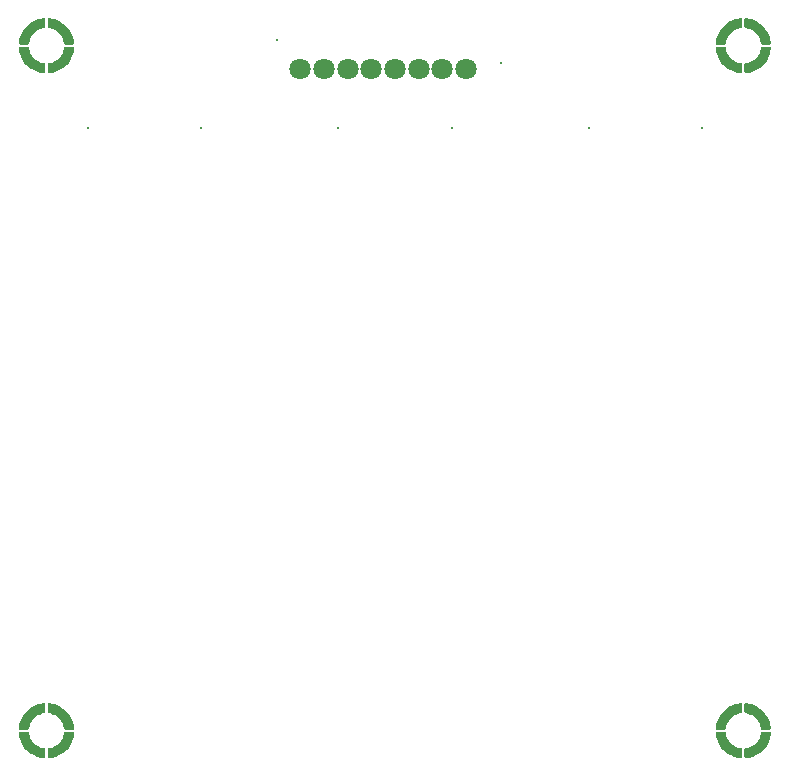
<source format=gbr>
G04*
G04 #@! TF.GenerationSoftware,Altium Limited,Altium Designer,24.3.1 (35)*
G04*
G04 Layer_Color=8388736*
%FSLAX25Y25*%
%MOIN*%
G70*
G04*
G04 #@! TF.SameCoordinates,4C6EEDD9-8573-49FE-A8EC-0E224A19D34F*
G04*
G04*
G04 #@! TF.FilePolarity,Negative*
G04*
G01*
G75*
%ADD10C,0.07099*%
%ADD11C,0.00800*%
%ADD12R,0.00800X0.00800*%
G36*
X71885Y54732D02*
X74459Y54732D01*
X74481Y54730D01*
X74502Y54729D01*
X74507Y54728D01*
X74511Y54728D01*
X74532Y54724D01*
X74554Y54720D01*
X74558Y54719D01*
X74563Y54718D01*
X74583Y54711D01*
X74604Y54704D01*
X74608Y54703D01*
X74612Y54701D01*
X74632Y54691D01*
X74652Y54682D01*
X74655Y54680D01*
X74659Y54678D01*
X74677Y54666D01*
X74696Y54654D01*
X74699Y54651D01*
X74703Y54649D01*
X74719Y54634D01*
X74736Y54620D01*
X74739Y54617D01*
X74742Y54614D01*
X74757Y54598D01*
X74771Y54582D01*
X74774Y54578D01*
X74777Y54575D01*
X74789Y54557D01*
X74801Y54539D01*
X74804Y54535D01*
X74806Y54531D01*
X74816Y54511D01*
X74826Y54492D01*
X74827Y54488D01*
X74829Y54484D01*
X74836Y54463D01*
X74844Y54443D01*
X74845Y54439D01*
X74846Y54435D01*
X74850Y54413D01*
X74855Y54392D01*
X74905Y54066D01*
X75058Y53430D01*
X75277Y52820D01*
X75563Y52237D01*
X75910Y51689D01*
X76315Y51183D01*
X76774Y50725D01*
X77280Y50319D01*
X77828Y49972D01*
X78410Y49687D01*
X79020Y49467D01*
X79656Y49315D01*
X79982Y49264D01*
X80003Y49260D01*
X80025Y49255D01*
X80029Y49254D01*
X80033Y49253D01*
X80054Y49246D01*
X80075Y49239D01*
X80079Y49237D01*
X80083Y49235D01*
X80102Y49225D01*
X80122Y49215D01*
X80125Y49213D01*
X80129Y49211D01*
X80147Y49199D01*
X80165Y49186D01*
X80169Y49183D01*
X80172Y49181D01*
X80188Y49167D01*
X80205Y49152D01*
X80208Y49148D01*
X80211Y49145D01*
X80225Y49129D01*
X80239Y49112D01*
X80242Y49109D01*
X80244Y49105D01*
X80256Y49087D01*
X80268Y49069D01*
X80270Y49065D01*
X80273Y49061D01*
X80282Y49042D01*
X80292Y49022D01*
X80293Y49018D01*
X80295Y49014D01*
X80301Y48993D01*
X80308Y48972D01*
X80309Y48968D01*
X80311Y48963D01*
X80314Y48942D01*
X80319Y48921D01*
X80319Y48916D01*
X80320Y48912D01*
X80321Y48891D01*
X80322Y48868D01*
Y46295D01*
X80321Y46277D01*
X80321Y46259D01*
X80319Y46251D01*
X80319Y46243D01*
X80315Y46225D01*
X80313Y46207D01*
X80310Y46199D01*
X80308Y46191D01*
X80303Y46174D01*
X80298Y46157D01*
X80294Y46150D01*
X80292Y46141D01*
X80284Y46126D01*
X80277Y46109D01*
X80272Y46102D01*
X80268Y46095D01*
X80259Y46080D01*
X80249Y46064D01*
X80244Y46058D01*
X80239Y46051D01*
X80227Y46037D01*
X80216Y46024D01*
X80210Y46018D01*
X80205Y46011D01*
X80191Y46000D01*
X80178Y45987D01*
X80172Y45983D01*
X80165Y45977D01*
X80150Y45967D01*
X80136Y45957D01*
X80129Y45952D01*
X80122Y45948D01*
X80106Y45940D01*
X80090Y45931D01*
X80082Y45928D01*
X80075Y45925D01*
X80058Y45919D01*
X80041Y45912D01*
X80033Y45910D01*
X80025Y45908D01*
X80007Y45904D01*
X79990Y45900D01*
X79982Y45899D01*
X79974Y45897D01*
X79956Y45896D01*
X79938Y45894D01*
X79930Y45895D01*
X79921Y45894D01*
X79903Y45895D01*
X79886Y45896D01*
X79501Y45930D01*
X79484Y45933D01*
X79467Y45935D01*
X78707Y46070D01*
X78690Y46074D01*
X78673Y46077D01*
X77928Y46278D01*
X77912Y46284D01*
X77895Y46288D01*
X77170Y46553D01*
X77154Y46560D01*
X77138Y46567D01*
X76439Y46893D01*
X76423Y46902D01*
X76408Y46909D01*
X75740Y47296D01*
X75725Y47305D01*
X75710Y47314D01*
X75079Y47757D01*
X75065Y47768D01*
X75051Y47778D01*
X74460Y48274D01*
X74447Y48287D01*
X74434Y48298D01*
X73889Y48844D01*
X73877Y48857D01*
X73865Y48869D01*
X73369Y49460D01*
X73359Y49474D01*
X73348Y49488D01*
X72905Y50120D01*
X72896Y50135D01*
X72886Y50149D01*
X72500Y50817D01*
X72492Y50833D01*
X72484Y50848D01*
X72157Y51547D01*
X72151Y51563D01*
X72144Y51579D01*
X71879Y52304D01*
X71874Y52321D01*
X71868Y52337D01*
X71668Y53083D01*
X71664Y53100D01*
X71660Y53117D01*
X71525Y53876D01*
X71523Y53894D01*
X71521Y53911D01*
X71486Y54295D01*
X71486Y54313D01*
X71485Y54331D01*
X71485Y54339D01*
X71485Y54347D01*
X71487Y54365D01*
X71488Y54383D01*
X71490Y54391D01*
X71491Y54400D01*
X71495Y54417D01*
X71498Y54435D01*
X71501Y54443D01*
X71503Y54451D01*
X71509Y54467D01*
X71515Y54484D01*
X71519Y54492D01*
X71522Y54500D01*
X71530Y54515D01*
X71531Y54516D01*
X71538Y54531D01*
X71543Y54538D01*
X71547Y54545D01*
X71557Y54560D01*
X71567Y54575D01*
X71573Y54581D01*
X71578Y54588D01*
X71590Y54601D01*
X71602Y54614D01*
X71608Y54620D01*
X71614Y54626D01*
X71628Y54637D01*
X71641Y54649D01*
X71649Y54654D01*
X71655Y54659D01*
X71670Y54668D01*
X71685Y54678D01*
X71693Y54682D01*
X71700Y54686D01*
X71716Y54693D01*
X71732Y54701D01*
X71740Y54704D01*
X71748Y54707D01*
X71765Y54712D01*
X71782Y54718D01*
X71790Y54720D01*
X71798Y54722D01*
X71816Y54725D01*
X71833Y54728D01*
X71841Y54729D01*
X71850Y54730D01*
X71868Y54730D01*
X71885Y54732D01*
X71885D01*
D01*
D02*
G37*
G36*
X79930Y64342D02*
X79938Y64342D01*
X79956Y64340D01*
X79974Y64339D01*
X79982Y64337D01*
X79990Y64336D01*
X80007Y64332D01*
X80025Y64328D01*
X80033Y64326D01*
X80041Y64324D01*
X80058Y64318D01*
X80075Y64312D01*
X80082Y64308D01*
X80090Y64305D01*
X80105Y64297D01*
X80122Y64289D01*
X80129Y64284D01*
X80136Y64280D01*
X80150Y64269D01*
X80161Y64262D01*
X80165Y64259D01*
X80172Y64254D01*
X80178Y64249D01*
X80191Y64237D01*
X80193Y64235D01*
X80205Y64225D01*
X80210Y64218D01*
X80216Y64213D01*
X80227Y64199D01*
X80239Y64185D01*
X80244Y64178D01*
X80249Y64172D01*
X80258Y64157D01*
X80268Y64142D01*
X80272Y64134D01*
X80277Y64127D01*
X80284Y64111D01*
X80292Y64095D01*
X80294Y64087D01*
X80298Y64079D01*
X80303Y64062D01*
X80308Y64045D01*
X80310Y64037D01*
X80313Y64029D01*
X80315Y64011D01*
X80319Y63994D01*
X80319Y63985D01*
X80321Y63977D01*
X80321Y63959D01*
X80322Y63941D01*
Y63941D01*
D01*
X80322Y61368D01*
X80321Y61346D01*
X80320Y61324D01*
X80319Y61320D01*
X80319Y61316D01*
X80314Y61294D01*
X80311Y61273D01*
X80309Y61268D01*
X80308Y61264D01*
X80301Y61244D01*
X80295Y61223D01*
X80293Y61219D01*
X80292Y61215D01*
X80282Y61195D01*
X80273Y61175D01*
X80270Y61171D01*
X80268Y61168D01*
X80256Y61150D01*
X80244Y61131D01*
X80242Y61128D01*
X80239Y61124D01*
X80225Y61107D01*
X80211Y61091D01*
X80208Y61088D01*
X80205Y61085D01*
X80188Y61070D01*
X80172Y61055D01*
X80169Y61053D01*
X80165Y61050D01*
X80147Y61038D01*
X80129Y61025D01*
X80125Y61023D01*
X80122Y61021D01*
X80102Y61011D01*
X80083Y61001D01*
X80079Y61000D01*
X80075Y60998D01*
X80054Y60991D01*
X80033Y60983D01*
X80029Y60982D01*
X80025Y60981D01*
X80004Y60976D01*
X79982Y60972D01*
X79656Y60922D01*
X79020Y60769D01*
X78410Y60549D01*
X77828Y60264D01*
X77280Y59917D01*
X76774Y59511D01*
X76315Y59053D01*
X75910Y58547D01*
X75563Y57999D01*
X75277Y57417D01*
X75058Y56807D01*
X74905Y56171D01*
X74855Y55844D01*
X74850Y55823D01*
X74846Y55802D01*
X74845Y55798D01*
X74844Y55793D01*
X74836Y55773D01*
X74829Y55752D01*
X74827Y55748D01*
X74826Y55744D01*
X74816Y55725D01*
X74806Y55705D01*
X74804Y55701D01*
X74801Y55698D01*
X74789Y55680D01*
X74777Y55661D01*
X74774Y55658D01*
X74771Y55655D01*
X74757Y55639D01*
X74742Y55622D01*
X74739Y55619D01*
X74736Y55616D01*
X74720Y55602D01*
X74703Y55588D01*
X74699Y55585D01*
X74696Y55582D01*
X74678Y55571D01*
X74659Y55558D01*
X74655Y55556D01*
X74652Y55554D01*
X74632Y55545D01*
X74612Y55535D01*
X74608Y55534D01*
X74604Y55532D01*
X74584Y55525D01*
X74563Y55518D01*
X74558Y55517D01*
X74554Y55516D01*
X74533Y55512D01*
X74511Y55508D01*
X74507Y55508D01*
X74502Y55507D01*
X74481Y55506D01*
X74459Y55505D01*
X71885D01*
X71868Y55506D01*
X71850Y55506D01*
X71842Y55507D01*
X71833Y55508D01*
X71816Y55511D01*
X71798Y55514D01*
X71790Y55517D01*
X71782Y55518D01*
X71765Y55524D01*
X71748Y55529D01*
X71740Y55532D01*
X71732Y55535D01*
X71716Y55543D01*
X71700Y55550D01*
X71693Y55555D01*
X71685Y55558D01*
X71670Y55568D01*
X71655Y55577D01*
X71648Y55583D01*
X71641Y55588D01*
X71628Y55599D01*
X71614Y55610D01*
X71608Y55616D01*
X71602Y55622D01*
X71590Y55635D01*
X71578Y55648D01*
X71573Y55655D01*
X71567Y55661D01*
X71557Y55676D01*
X71547Y55691D01*
X71543Y55698D01*
X71538Y55705D01*
X71530Y55721D01*
X71522Y55737D01*
X71519Y55744D01*
X71515Y55752D01*
X71509Y55769D01*
X71503Y55786D01*
X71501Y55794D01*
X71498Y55802D01*
X71495Y55819D01*
X71491Y55837D01*
X71490Y55845D01*
X71488Y55853D01*
X71487Y55871D01*
X71485Y55889D01*
X71485Y55897D01*
X71485Y55905D01*
X71486Y55923D01*
X71486Y55941D01*
X71521Y56325D01*
X71523Y56343D01*
X71525Y56360D01*
X71660Y57120D01*
X71664Y57137D01*
X71668Y57154D01*
X71868Y57899D01*
X71874Y57915D01*
X71879Y57932D01*
X72144Y58657D01*
X72151Y58673D01*
X72157Y58689D01*
X72484Y59388D01*
X72492Y59403D01*
X72500Y59419D01*
X72886Y60087D01*
X72896Y60101D01*
X72905Y60116D01*
X73348Y60748D01*
X73359Y60762D01*
X73369Y60776D01*
X73865Y61367D01*
X73877Y61379D01*
X73889Y61392D01*
X74434Y61938D01*
X74447Y61950D01*
X74460Y61962D01*
X75051Y62458D01*
X75065Y62468D01*
X75079Y62479D01*
X75710Y62922D01*
X75726Y62931D01*
X75740Y62941D01*
X76408Y63327D01*
X76423Y63335D01*
X76439Y63343D01*
X77138Y63670D01*
X77154Y63676D01*
X77170Y63683D01*
X77895Y63948D01*
X77912Y63953D01*
X77928Y63958D01*
X78673Y64159D01*
X78690Y64162D01*
X78707Y64166D01*
X79467Y64302D01*
X79484Y64304D01*
X79501Y64306D01*
X79886Y64341D01*
X79903Y64341D01*
X79921Y64342D01*
X79930Y64342D01*
D02*
G37*
G36*
X89550Y54730D02*
X89568Y54730D01*
X89576Y54729D01*
X89584Y54728D01*
X89602Y54725D01*
X89619Y54722D01*
X89627Y54720D01*
X89636Y54718D01*
X89652Y54712D01*
X89670Y54707D01*
X89677Y54704D01*
X89685Y54701D01*
X89701Y54693D01*
X89718Y54686D01*
X89725Y54682D01*
X89732Y54678D01*
X89747Y54668D01*
X89762Y54659D01*
X89769Y54653D01*
X89776Y54649D01*
X89789Y54637D01*
X89803Y54626D01*
X89809Y54620D01*
X89815Y54614D01*
X89827Y54601D01*
X89839Y54588D01*
X89844Y54581D01*
X89850Y54575D01*
X89860Y54560D01*
X89870Y54545D01*
X89874Y54538D01*
X89879Y54531D01*
X89887Y54515D01*
X89895Y54500D01*
X89898Y54492D01*
X89902Y54484D01*
X89908Y54467D01*
X89914Y54451D01*
X89916Y54442D01*
X89919Y54435D01*
X89922Y54417D01*
X89927Y54400D01*
X89928Y54391D01*
X89929Y54383D01*
X89930Y54365D01*
X89932Y54347D01*
X89932Y54339D01*
X89933Y54331D01*
X89931Y54313D01*
X89931Y54295D01*
X89897Y53911D01*
X89894Y53894D01*
X89892Y53876D01*
X89757Y53117D01*
X89753Y53100D01*
X89749Y53083D01*
X89549Y52337D01*
X89543Y52321D01*
X89538Y52304D01*
X89274Y51579D01*
X89267Y51563D01*
X89260Y51547D01*
X88933Y50848D01*
X88925Y50833D01*
X88917Y50817D01*
X88531Y50149D01*
X88521Y50135D01*
X88512Y50120D01*
X88069Y49488D01*
X88059Y49474D01*
X88048Y49460D01*
X87552Y48869D01*
X87540Y48857D01*
X87529Y48844D01*
X86983Y48298D01*
X86970Y48287D01*
X86957Y48274D01*
X86366Y47778D01*
X86352Y47768D01*
X86339Y47757D01*
X85707Y47314D01*
X85692Y47305D01*
X85677Y47296D01*
X85009Y46909D01*
X84994Y46902D01*
X84978Y46893D01*
X84280Y46567D01*
X84263Y46560D01*
X84247Y46553D01*
X83522Y46288D01*
X83506Y46284D01*
X83489Y46278D01*
X82744Y46077D01*
X82727Y46074D01*
X82710Y46070D01*
X81950Y45935D01*
X81933Y45933D01*
X81916Y45930D01*
X81532Y45896D01*
X81514Y45895D01*
X81496Y45894D01*
X81488Y45895D01*
X81479Y45894D01*
X81462Y45896D01*
X81444Y45897D01*
X81435Y45899D01*
X81427Y45900D01*
X81410Y45904D01*
X81392Y45908D01*
X81384Y45910D01*
X81376Y45912D01*
X81360Y45919D01*
X81343Y45924D01*
X81335Y45928D01*
X81327Y45931D01*
X81312Y45940D01*
X81296Y45948D01*
X81288Y45952D01*
X81281Y45957D01*
X81267Y45967D01*
X81252Y45977D01*
X81246Y45983D01*
X81239Y45987D01*
X81226Y46000D01*
X81213Y46011D01*
X81207Y46018D01*
X81201Y46024D01*
X81190Y46037D01*
X81178Y46051D01*
X81173Y46058D01*
X81168Y46064D01*
X81159Y46079D01*
X81149Y46095D01*
X81145Y46102D01*
X81141Y46109D01*
X81134Y46126D01*
X81126Y46141D01*
X81123Y46150D01*
X81120Y46157D01*
X81115Y46174D01*
X81109Y46191D01*
X81107Y46199D01*
X81105Y46207D01*
X81102Y46225D01*
X81099Y46243D01*
X81098Y46251D01*
X81097Y46259D01*
X81096Y46277D01*
X81095Y46295D01*
Y46295D01*
D01*
X81095Y48868D01*
X81097Y48890D01*
X81098Y48912D01*
X81098Y48916D01*
X81099Y48921D01*
X81103Y48942D01*
X81107Y48963D01*
X81108Y48968D01*
X81109Y48972D01*
X81116Y48993D01*
X81122Y49014D01*
X81124Y49018D01*
X81126Y49022D01*
X81135Y49041D01*
X81145Y49061D01*
X81147Y49065D01*
X81149Y49069D01*
X81161Y49087D01*
X81173Y49105D01*
X81176Y49109D01*
X81178Y49112D01*
X81192Y49129D01*
X81206Y49145D01*
X81210Y49148D01*
X81213Y49152D01*
X81229Y49166D01*
X81245Y49181D01*
X81249Y49183D01*
X81252Y49186D01*
X81270Y49198D01*
X81288Y49211D01*
X81292Y49213D01*
X81296Y49215D01*
X81315Y49225D01*
X81335Y49235D01*
X81339Y49237D01*
X81343Y49239D01*
X81364Y49246D01*
X81384Y49253D01*
X81388Y49254D01*
X81392Y49255D01*
X81414Y49260D01*
X81435Y49264D01*
X81761Y49315D01*
X82397Y49467D01*
X83007Y49687D01*
X83590Y49972D01*
X84137Y50319D01*
X84643Y50725D01*
X85102Y51183D01*
X85507Y51689D01*
X85855Y52237D01*
X86140Y52820D01*
X86360Y53430D01*
X86512Y54066D01*
X86562Y54392D01*
X86567Y54413D01*
X86571Y54435D01*
X86573Y54439D01*
X86574Y54443D01*
X86581Y54463D01*
X86588Y54484D01*
X86590Y54488D01*
X86592Y54492D01*
X86602Y54511D01*
X86611Y54531D01*
X86614Y54535D01*
X86616Y54539D01*
X86628Y54556D01*
X86640Y54575D01*
X86643Y54578D01*
X86646Y54582D01*
X86660Y54597D01*
X86675Y54614D01*
X86678Y54617D01*
X86681Y54620D01*
X86698Y54634D01*
X86714Y54649D01*
X86718Y54651D01*
X86721Y54654D01*
X86740Y54666D01*
X86758Y54678D01*
X86762Y54680D01*
X86766Y54682D01*
X86785Y54691D01*
X86805Y54701D01*
X86809Y54703D01*
X86813Y54704D01*
X86834Y54711D01*
X86855Y54718D01*
X86859Y54719D01*
X86863Y54720D01*
X86884Y54724D01*
X86906Y54728D01*
X86911Y54728D01*
X86915Y54729D01*
X86936Y54730D01*
X86958Y54732D01*
X89532D01*
X89550Y54730D01*
D02*
G37*
G36*
X81514Y64341D02*
X81532Y64341D01*
X81916Y64306D01*
X81933Y64304D01*
X81950Y64302D01*
X82710Y64166D01*
X82727Y64162D01*
X82744Y64159D01*
X83489Y63958D01*
X83506Y63953D01*
X83522Y63948D01*
X84247Y63683D01*
X84263Y63676D01*
X84280Y63670D01*
X84978Y63343D01*
X84994Y63335D01*
X85009Y63327D01*
X85677Y62941D01*
X85692Y62931D01*
X85707Y62922D01*
X86339Y62479D01*
X86352Y62468D01*
X86366Y62458D01*
X86957Y61962D01*
X86970Y61950D01*
X86983Y61938D01*
X87529Y61392D01*
X87540Y61379D01*
X87552Y61367D01*
X88048Y60776D01*
X88059Y60762D01*
X88069Y60748D01*
X88512Y60116D01*
X88521Y60101D01*
X88531Y60087D01*
X88917Y59419D01*
X88925Y59403D01*
X88933Y59388D01*
X89260Y58689D01*
X89267Y58673D01*
X89274Y58657D01*
X89538Y57932D01*
X89543Y57915D01*
X89549Y57899D01*
X89749Y57154D01*
X89753Y57137D01*
X89757Y57120D01*
X89892Y56360D01*
X89894Y56343D01*
X89897Y56325D01*
X89931Y55941D01*
X89931Y55924D01*
X89933Y55905D01*
X89932Y55897D01*
X89932Y55889D01*
X89930Y55871D01*
X89929Y55853D01*
Y55853D01*
X89928Y55845D01*
X89927Y55837D01*
X89923Y55819D01*
X89919Y55802D01*
X89916Y55794D01*
X89914Y55786D01*
X89908Y55769D01*
X89902Y55752D01*
X89898Y55744D01*
X89895Y55737D01*
X89887Y55721D01*
X89879Y55705D01*
X89874Y55698D01*
X89870Y55691D01*
X89860Y55676D01*
X89850Y55661D01*
X89844Y55655D01*
X89839Y55648D01*
X89827Y55636D01*
X89815Y55622D01*
X89809Y55616D01*
X89803Y55610D01*
X89789Y55599D01*
X89776Y55588D01*
X89769Y55583D01*
X89762Y55577D01*
X89747Y55568D01*
X89732Y55558D01*
X89725Y55555D01*
X89718Y55550D01*
X89701Y55543D01*
X89685Y55535D01*
X89677Y55532D01*
X89670Y55529D01*
X89653Y55524D01*
X89636Y55518D01*
X89627Y55517D01*
X89619Y55514D01*
X89602Y55511D01*
X89584Y55508D01*
X89576Y55507D01*
X89568Y55506D01*
X89549Y55506D01*
X89532Y55505D01*
X89532D01*
D01*
X86958Y55505D01*
X86936Y55506D01*
X86915Y55507D01*
X86910Y55508D01*
X86906Y55508D01*
X86885Y55512D01*
X86863Y55516D01*
X86859Y55518D01*
X86855Y55518D01*
X86834Y55525D01*
X86813Y55532D01*
X86809Y55534D01*
X86805Y55535D01*
X86785Y55545D01*
X86766Y55554D01*
X86762Y55556D01*
X86758Y55558D01*
X86740Y55570D01*
X86721Y55582D01*
X86718Y55585D01*
X86714Y55588D01*
X86698Y55602D01*
X86681Y55616D01*
X86678Y55619D01*
X86675Y55622D01*
X86660Y55639D01*
X86646Y55655D01*
X86643Y55658D01*
X86640Y55661D01*
X86628Y55680D01*
X86616Y55698D01*
X86614Y55702D01*
X86611Y55705D01*
X86602Y55725D01*
X86592Y55744D01*
X86590Y55748D01*
X86588Y55752D01*
X86581Y55773D01*
X86574Y55793D01*
X86573Y55798D01*
X86571Y55802D01*
X86567Y55823D01*
X86562Y55844D01*
X86512Y56171D01*
X86360Y56807D01*
X86140Y57417D01*
X85855Y57999D01*
X85507Y58547D01*
X85102Y59053D01*
X84643Y59511D01*
X84137Y59917D01*
X83590Y60264D01*
X83007Y60549D01*
X82397Y60769D01*
X81761Y60922D01*
X81435Y60972D01*
X81414Y60976D01*
X81392Y60981D01*
X81388Y60982D01*
X81384Y60983D01*
X81364Y60990D01*
X81343Y60998D01*
X81339Y61000D01*
X81335Y61001D01*
X81315Y61011D01*
X81296Y61021D01*
X81292Y61023D01*
X81288Y61025D01*
X81270Y61038D01*
X81252Y61050D01*
X81249Y61053D01*
X81245Y61055D01*
X81229Y61070D01*
X81213Y61085D01*
X81210Y61088D01*
X81206Y61091D01*
X81193Y61107D01*
X81178Y61124D01*
X81176Y61128D01*
X81173Y61131D01*
X81161Y61149D01*
X81149Y61168D01*
X81147Y61172D01*
X81145Y61175D01*
X81136Y61194D01*
X81126Y61215D01*
X81124Y61219D01*
X81122Y61223D01*
X81116Y61243D01*
X81109Y61264D01*
X81108Y61269D01*
X81107Y61273D01*
X81103Y61294D01*
X81099Y61316D01*
X81098Y61320D01*
X81098Y61324D01*
X81097Y61346D01*
X81095Y61368D01*
Y63941D01*
X81096Y63959D01*
X81097Y63977D01*
X81098Y63985D01*
X81099Y63994D01*
X81102Y64011D01*
X81105Y64029D01*
X81107Y64037D01*
X81109Y64045D01*
X81115Y64062D01*
X81120Y64079D01*
X81123Y64087D01*
X81126Y64095D01*
X81134Y64111D01*
X81141Y64127D01*
X81145Y64134D01*
X81149Y64142D01*
X81159Y64157D01*
X81168Y64172D01*
X81173Y64178D01*
X81178Y64185D01*
X81190Y64199D01*
X81201Y64213D01*
X81207Y64218D01*
X81213Y64225D01*
X81226Y64237D01*
X81239Y64249D01*
X81246Y64254D01*
X81252Y64259D01*
X81267Y64269D01*
X81281Y64280D01*
X81289Y64284D01*
X81296Y64289D01*
X81312Y64296D01*
X81327Y64305D01*
X81335Y64308D01*
X81343Y64312D01*
X81359Y64317D01*
X81376Y64324D01*
X81384Y64326D01*
X81392Y64328D01*
X81410Y64332D01*
X81427Y64336D01*
X81436Y64337D01*
X81444Y64339D01*
X81462Y64340D01*
X81479Y64342D01*
X81488Y64342D01*
X81496Y64342D01*
X81514Y64341D01*
D02*
G37*
G36*
X71885Y283078D02*
X74459Y283078D01*
X74481Y283077D01*
X74502Y283076D01*
X74507Y283075D01*
X74511Y283075D01*
X74532Y283070D01*
X74554Y283067D01*
X74558Y283065D01*
X74563Y283064D01*
X74583Y283057D01*
X74604Y283051D01*
X74608Y283049D01*
X74612Y283048D01*
X74632Y283038D01*
X74652Y283029D01*
X74655Y283026D01*
X74659Y283024D01*
X74677Y283012D01*
X74696Y283000D01*
X74699Y282998D01*
X74703Y282995D01*
X74719Y282981D01*
X74736Y282967D01*
X74739Y282963D01*
X74742Y282961D01*
X74757Y282944D01*
X74771Y282928D01*
X74774Y282925D01*
X74777Y282921D01*
X74789Y282903D01*
X74801Y282885D01*
X74804Y282881D01*
X74806Y282878D01*
X74816Y282858D01*
X74826Y282839D01*
X74827Y282835D01*
X74829Y282831D01*
X74836Y282810D01*
X74844Y282789D01*
X74845Y282785D01*
X74846Y282781D01*
X74850Y282759D01*
X74855Y282738D01*
X74905Y282412D01*
X75058Y281776D01*
X75277Y281166D01*
X75563Y280584D01*
X75910Y280036D01*
X76315Y279530D01*
X76774Y279071D01*
X77280Y278666D01*
X77828Y278318D01*
X78410Y278033D01*
X79020Y277814D01*
X79656Y277661D01*
X79982Y277611D01*
X80003Y277606D01*
X80025Y277602D01*
X80029Y277601D01*
X80033Y277600D01*
X80054Y277592D01*
X80075Y277585D01*
X80079Y277583D01*
X80083Y277582D01*
X80102Y277572D01*
X80122Y277562D01*
X80125Y277559D01*
X80129Y277557D01*
X80147Y277545D01*
X80165Y277533D01*
X80169Y277530D01*
X80172Y277527D01*
X80188Y277513D01*
X80205Y277498D01*
X80208Y277495D01*
X80211Y277492D01*
X80225Y277475D01*
X80239Y277459D01*
X80242Y277455D01*
X80244Y277452D01*
X80256Y277434D01*
X80268Y277415D01*
X80270Y277411D01*
X80273Y277408D01*
X80282Y277388D01*
X80292Y277368D01*
X80293Y277364D01*
X80295Y277360D01*
X80301Y277340D01*
X80308Y277319D01*
X80309Y277314D01*
X80311Y277310D01*
X80314Y277289D01*
X80319Y277267D01*
X80319Y277263D01*
X80320Y277258D01*
X80321Y277237D01*
X80322Y277215D01*
Y274641D01*
X80321Y274623D01*
X80321Y274606D01*
X80319Y274597D01*
X80319Y274589D01*
X80315Y274572D01*
X80313Y274554D01*
X80310Y274546D01*
X80308Y274538D01*
X80303Y274521D01*
X80298Y274504D01*
X80294Y274496D01*
X80292Y274488D01*
X80284Y274472D01*
X80277Y274456D01*
X80272Y274448D01*
X80268Y274441D01*
X80259Y274426D01*
X80249Y274411D01*
X80244Y274404D01*
X80239Y274397D01*
X80227Y274384D01*
X80216Y274370D01*
X80210Y274364D01*
X80205Y274358D01*
X80191Y274346D01*
X80178Y274334D01*
X80172Y274329D01*
X80165Y274323D01*
X80150Y274313D01*
X80136Y274303D01*
X80129Y274299D01*
X80122Y274294D01*
X80106Y274286D01*
X80090Y274278D01*
X80082Y274275D01*
X80075Y274271D01*
X80058Y274265D01*
X80041Y274259D01*
X80033Y274257D01*
X80025Y274254D01*
X80007Y274251D01*
X79990Y274247D01*
X79982Y274246D01*
X79974Y274244D01*
X79956Y274243D01*
X79938Y274241D01*
X79930Y274241D01*
X79921Y274240D01*
X79903Y274242D01*
X79886Y274242D01*
X79501Y274276D01*
X79484Y274279D01*
X79467Y274281D01*
X78707Y274416D01*
X78690Y274420D01*
X78673Y274424D01*
X77928Y274624D01*
X77912Y274630D01*
X77895Y274635D01*
X77170Y274900D01*
X77154Y274907D01*
X77138Y274913D01*
X76439Y275240D01*
X76423Y275248D01*
X76408Y275256D01*
X75740Y275642D01*
X75725Y275652D01*
X75710Y275661D01*
X75079Y276104D01*
X75065Y276115D01*
X75051Y276125D01*
X74460Y276621D01*
X74447Y276633D01*
X74434Y276645D01*
X73889Y277190D01*
X73877Y277203D01*
X73865Y277216D01*
X73369Y277807D01*
X73359Y277821D01*
X73348Y277835D01*
X72905Y278466D01*
X72896Y278481D01*
X72886Y278496D01*
X72500Y279164D01*
X72492Y279179D01*
X72484Y279195D01*
X72157Y279894D01*
X72151Y279910D01*
X72144Y279926D01*
X71879Y280651D01*
X71874Y280667D01*
X71868Y280684D01*
X71668Y281429D01*
X71664Y281446D01*
X71660Y281463D01*
X71525Y282223D01*
X71523Y282240D01*
X71521Y282257D01*
X71486Y282642D01*
X71486Y282659D01*
X71485Y282677D01*
X71485Y282686D01*
X71485Y282694D01*
X71487Y282712D01*
X71488Y282730D01*
X71490Y282738D01*
X71491Y282746D01*
X71495Y282763D01*
X71498Y282781D01*
X71501Y282789D01*
X71503Y282797D01*
X71509Y282814D01*
X71515Y282831D01*
X71519Y282838D01*
X71522Y282846D01*
X71530Y282861D01*
X71538Y282878D01*
X71543Y282885D01*
X71547Y282892D01*
X71557Y282906D01*
X71567Y282921D01*
X71573Y282928D01*
X71578Y282934D01*
X71590Y282947D01*
X71602Y282961D01*
X71608Y282966D01*
X71614Y282972D01*
X71628Y282983D01*
X71641Y282995D01*
X71649Y283000D01*
X71655Y283005D01*
X71670Y283014D01*
X71685Y283024D01*
X71693Y283028D01*
X71700Y283032D01*
X71716Y283040D01*
X71732Y283048D01*
X71740Y283050D01*
X71748Y283054D01*
X71765Y283059D01*
X71782Y283064D01*
X71790Y283066D01*
X71798Y283068D01*
X71816Y283071D01*
X71833Y283075D01*
X71841Y283075D01*
X71850Y283077D01*
X71868Y283077D01*
X71885Y283078D01*
X71885D01*
D01*
D02*
G37*
G36*
X79930Y292688D02*
X79938Y292688D01*
X79956Y292686D01*
X79974Y292685D01*
X79982Y292684D01*
X79990Y292683D01*
X80007Y292678D01*
X80025Y292675D01*
X80033Y292672D01*
X80041Y292670D01*
X80058Y292664D01*
X80075Y292658D01*
X80082Y292654D01*
X80090Y292651D01*
X80105Y292643D01*
X80122Y292635D01*
X80129Y292630D01*
X80136Y292626D01*
X80150Y292616D01*
X80165Y292606D01*
X80172Y292600D01*
X80178Y292595D01*
X80191Y292583D01*
X80193Y292581D01*
X80205Y292571D01*
X80210Y292565D01*
X80216Y292559D01*
X80227Y292545D01*
X80239Y292532D01*
X80244Y292525D01*
X80249Y292518D01*
X80258Y292503D01*
X80268Y292489D01*
X80268Y292488D01*
X80272Y292481D01*
X80277Y292474D01*
X80284Y292457D01*
X80292Y292441D01*
X80294Y292433D01*
X80298Y292425D01*
X80303Y292408D01*
X80308Y292391D01*
X80310Y292383D01*
X80313Y292375D01*
X80315Y292357D01*
X80319Y292340D01*
X80319Y292332D01*
X80321Y292323D01*
X80321Y292305D01*
X80322Y292288D01*
Y292288D01*
D01*
X80322Y289714D01*
X80321Y289692D01*
X80320Y289671D01*
X80319Y289666D01*
X80319Y289662D01*
X80314Y289641D01*
X80311Y289619D01*
X80309Y289615D01*
X80308Y289611D01*
X80301Y289590D01*
X80295Y289569D01*
X80293Y289565D01*
X80292Y289561D01*
X80282Y289541D01*
X80273Y289522D01*
X80270Y289518D01*
X80268Y289514D01*
X80256Y289496D01*
X80244Y289477D01*
X80242Y289474D01*
X80239Y289470D01*
X80225Y289454D01*
X80211Y289437D01*
X80208Y289434D01*
X80205Y289431D01*
X80188Y289416D01*
X80172Y289402D01*
X80169Y289399D01*
X80165Y289396D01*
X80147Y289384D01*
X80129Y289372D01*
X80125Y289370D01*
X80122Y289367D01*
X80102Y289357D01*
X80083Y289348D01*
X80079Y289346D01*
X80075Y289344D01*
X80054Y289337D01*
X80033Y289330D01*
X80029Y289329D01*
X80025Y289327D01*
X80004Y289323D01*
X79982Y289318D01*
X79656Y289268D01*
X79020Y289116D01*
X78410Y288896D01*
X77828Y288611D01*
X77280Y288263D01*
X76774Y287858D01*
X76315Y287399D01*
X75910Y286893D01*
X75563Y286346D01*
X75277Y285763D01*
X75058Y285153D01*
X74905Y284517D01*
X74855Y284191D01*
X74850Y284170D01*
X74846Y284148D01*
X74845Y284144D01*
X74844Y284140D01*
X74836Y284120D01*
X74829Y284099D01*
X74827Y284095D01*
X74826Y284090D01*
X74816Y284071D01*
X74806Y284051D01*
X74804Y284048D01*
X74801Y284044D01*
X74789Y284026D01*
X74777Y284008D01*
X74774Y284005D01*
X74771Y284001D01*
X74757Y283985D01*
X74742Y283968D01*
X74739Y283966D01*
X74736Y283962D01*
X74720Y283948D01*
X74703Y283934D01*
X74699Y283931D01*
X74696Y283929D01*
X74678Y283917D01*
X74659Y283905D01*
X74655Y283903D01*
X74652Y283900D01*
X74632Y283892D01*
X74612Y283882D01*
X74608Y283880D01*
X74604Y283878D01*
X74584Y283872D01*
X74563Y283865D01*
X74558Y283864D01*
X74554Y283863D01*
X74533Y283859D01*
X74511Y283855D01*
X74507Y283854D01*
X74502Y283854D01*
X74481Y283853D01*
X74459Y283851D01*
X71885D01*
X71868Y283852D01*
X71850Y283853D01*
X71842Y283854D01*
X71833Y283855D01*
X71816Y283858D01*
X71798Y283861D01*
X71790Y283863D01*
X71782Y283865D01*
X71765Y283871D01*
X71748Y283875D01*
X71740Y283879D01*
X71732Y283882D01*
X71716Y283890D01*
X71700Y283897D01*
X71693Y283901D01*
X71685Y283905D01*
X71670Y283915D01*
X71655Y283924D01*
X71648Y283929D01*
X71641Y283934D01*
X71628Y283946D01*
X71614Y283957D01*
X71608Y283963D01*
X71602Y283968D01*
X71590Y283982D01*
X71578Y283995D01*
X71573Y284002D01*
X71567Y284008D01*
X71557Y284023D01*
X71547Y284037D01*
X71543Y284045D01*
X71538Y284051D01*
X71530Y284068D01*
X71522Y284083D01*
X71519Y284091D01*
X71515Y284099D01*
X71509Y284116D01*
X71503Y284132D01*
X71501Y284140D01*
X71498Y284148D01*
X71495Y284166D01*
X71491Y284183D01*
X71490Y284191D01*
X71488Y284200D01*
X71487Y284217D01*
X71485Y284235D01*
X71485Y284244D01*
X71485Y284252D01*
X71486Y284270D01*
X71486Y284288D01*
X71521Y284672D01*
X71523Y284689D01*
X71525Y284706D01*
X71660Y285466D01*
X71664Y285483D01*
X71668Y285500D01*
X71868Y286245D01*
X71874Y286262D01*
X71879Y286279D01*
X72144Y287003D01*
X72151Y287019D01*
X72157Y287035D01*
X72484Y287735D01*
X72492Y287750D01*
X72500Y287765D01*
X72886Y288433D01*
X72896Y288448D01*
X72905Y288463D01*
X73348Y289095D01*
X73359Y289108D01*
X73369Y289122D01*
X73865Y289713D01*
X73877Y289726D01*
X73889Y289739D01*
X74434Y290285D01*
X74447Y290296D01*
X74460Y290308D01*
X75051Y290804D01*
X75065Y290814D01*
X75079Y290826D01*
X75710Y291268D01*
X75726Y291277D01*
X75740Y291287D01*
X76408Y291673D01*
X76423Y291681D01*
X76439Y291689D01*
X77138Y292016D01*
X77154Y292022D01*
X77170Y292030D01*
X77895Y292294D01*
X77912Y292299D01*
X77928Y292305D01*
X78673Y292505D01*
X78690Y292509D01*
X78707Y292513D01*
X79467Y292648D01*
X79484Y292650D01*
X79501Y292653D01*
X79886Y292687D01*
X79903Y292688D01*
X79921Y292689D01*
X79930Y292688D01*
D02*
G37*
G36*
X89550Y283077D02*
X89568Y283076D01*
X89576Y283075D01*
X89584Y283075D01*
X89602Y283071D01*
X89619Y283068D01*
X89627Y283066D01*
X89636Y283064D01*
X89652Y283059D01*
X89670Y283054D01*
X89677Y283050D01*
X89685Y283048D01*
X89701Y283040D01*
X89718Y283032D01*
X89725Y283028D01*
X89732Y283024D01*
X89747Y283014D01*
X89762Y283005D01*
X89769Y283000D01*
X89776Y282995D01*
X89789Y282983D01*
X89803Y282972D01*
X89809Y282966D01*
X89815Y282961D01*
X89827Y282947D01*
X89839Y282934D01*
X89844Y282927D01*
X89850Y282921D01*
X89860Y282906D01*
X89870Y282892D01*
X89874Y282885D01*
X89879Y282878D01*
X89887Y282862D01*
X89895Y282846D01*
X89898Y282838D01*
X89902Y282831D01*
X89908Y282814D01*
X89914Y282797D01*
X89916Y282789D01*
X89919Y282781D01*
X89922Y282764D01*
X89927Y282746D01*
X89928Y282738D01*
X89929Y282730D01*
X89930Y282712D01*
X89932Y282694D01*
X89932Y282686D01*
X89933Y282677D01*
X89931Y282659D01*
X89931Y282642D01*
X89897Y282257D01*
X89894Y282240D01*
X89892Y282223D01*
X89757Y281463D01*
X89753Y281446D01*
X89749Y281429D01*
X89549Y280684D01*
X89543Y280667D01*
X89538Y280651D01*
X89274Y279926D01*
X89267Y279910D01*
X89260Y279894D01*
X88933Y279195D01*
X88925Y279179D01*
X88917Y279164D01*
X88531Y278496D01*
X88521Y278481D01*
X88512Y278466D01*
X88069Y277835D01*
X88059Y277821D01*
X88048Y277807D01*
X87552Y277216D01*
X87540Y277203D01*
X87529Y277190D01*
X86983Y276645D01*
X86970Y276633D01*
X86957Y276621D01*
X86366Y276125D01*
X86352Y276115D01*
X86339Y276104D01*
X85707Y275661D01*
X85692Y275652D01*
X85677Y275642D01*
X85009Y275256D01*
X84994Y275248D01*
X84978Y275240D01*
X84280Y274913D01*
X84263Y274907D01*
X84247Y274900D01*
X83522Y274635D01*
X83506Y274630D01*
X83489Y274624D01*
X82744Y274424D01*
X82727Y274420D01*
X82710Y274416D01*
X81950Y274281D01*
X81933Y274279D01*
X81916Y274276D01*
X81532Y274242D01*
X81514Y274242D01*
X81496Y274240D01*
X81488Y274241D01*
X81479Y274241D01*
X81462Y274243D01*
X81444Y274244D01*
X81435Y274246D01*
X81427Y274247D01*
X81410Y274251D01*
X81392Y274254D01*
X81384Y274257D01*
X81376Y274259D01*
X81360Y274265D01*
X81343Y274271D01*
X81335Y274275D01*
X81327Y274278D01*
X81312Y274286D01*
X81296Y274294D01*
X81288Y274299D01*
X81281Y274303D01*
X81267Y274313D01*
X81252Y274323D01*
X81246Y274329D01*
X81239Y274334D01*
X81226Y274346D01*
X81213Y274358D01*
X81207Y274364D01*
X81201Y274370D01*
X81190Y274384D01*
X81178Y274397D01*
X81173Y274404D01*
X81168Y274411D01*
X81159Y274426D01*
X81149Y274441D01*
X81145Y274448D01*
X81141Y274456D01*
X81134Y274472D01*
X81126Y274488D01*
X81123Y274496D01*
X81120Y274504D01*
X81115Y274521D01*
X81109Y274538D01*
X81107Y274546D01*
X81105Y274554D01*
X81102Y274572D01*
X81099Y274589D01*
X81098Y274597D01*
X81097Y274606D01*
X81096Y274624D01*
X81095Y274641D01*
Y274641D01*
D01*
X81095Y277215D01*
X81097Y277237D01*
X81098Y277258D01*
X81098Y277263D01*
X81099Y277267D01*
X81103Y277288D01*
X81107Y277310D01*
X81108Y277314D01*
X81109Y277319D01*
X81116Y277339D01*
X81122Y277360D01*
X81124Y277364D01*
X81126Y277368D01*
X81135Y277388D01*
X81145Y277408D01*
X81147Y277411D01*
X81149Y277415D01*
X81161Y277433D01*
X81173Y277452D01*
X81176Y277455D01*
X81178Y277459D01*
X81192Y277475D01*
X81206Y277492D01*
X81210Y277495D01*
X81213Y277498D01*
X81229Y277513D01*
X81245Y277527D01*
X81249Y277530D01*
X81252Y277533D01*
X81270Y277545D01*
X81288Y277557D01*
X81292Y277559D01*
X81296Y277562D01*
X81315Y277572D01*
X81335Y277582D01*
X81339Y277583D01*
X81343Y277585D01*
X81364Y277592D01*
X81384Y277600D01*
X81388Y277601D01*
X81392Y277602D01*
X81414Y277606D01*
X81435Y277611D01*
X81761Y277661D01*
X82397Y277814D01*
X83007Y278033D01*
X83590Y278318D01*
X84137Y278666D01*
X84643Y279071D01*
X85102Y279530D01*
X85507Y280036D01*
X85855Y280584D01*
X86140Y281166D01*
X86360Y281776D01*
X86512Y282412D01*
X86562Y282738D01*
X86567Y282759D01*
X86571Y282781D01*
X86573Y282785D01*
X86574Y282789D01*
X86581Y282809D01*
X86588Y282831D01*
X86590Y282835D01*
X86592Y282839D01*
X86602Y282858D01*
X86611Y282878D01*
X86614Y282881D01*
X86616Y282885D01*
X86628Y282903D01*
X86640Y282921D01*
X86643Y282925D01*
X86646Y282928D01*
X86660Y282944D01*
X86675Y282961D01*
X86678Y282964D01*
X86681Y282967D01*
X86698Y282981D01*
X86714Y282995D01*
X86718Y282998D01*
X86721Y283000D01*
X86740Y283012D01*
X86758Y283024D01*
X86762Y283026D01*
X86766Y283029D01*
X86785Y283038D01*
X86805Y283048D01*
X86809Y283049D01*
X86813Y283051D01*
X86834Y283057D01*
X86855Y283064D01*
X86859Y283065D01*
X86863Y283067D01*
X86884Y283070D01*
X86906Y283075D01*
X86911Y283075D01*
X86915Y283076D01*
X86936Y283077D01*
X86958Y283078D01*
X89532D01*
X89550Y283077D01*
D02*
G37*
G36*
X81514Y292688D02*
X81532Y292687D01*
X81916Y292653D01*
X81933Y292650D01*
X81950Y292648D01*
X82710Y292513D01*
X82727Y292509D01*
X82744Y292505D01*
X83489Y292305D01*
X83506Y292299D01*
X83522Y292294D01*
X84247Y292030D01*
X84263Y292022D01*
X84280Y292016D01*
X84978Y291689D01*
X84994Y291681D01*
X85009Y291673D01*
X85677Y291287D01*
X85692Y291277D01*
X85707Y291268D01*
X86339Y290826D01*
X86352Y290814D01*
X86366Y290804D01*
X86957Y290308D01*
X86970Y290296D01*
X86983Y290285D01*
X87529Y289739D01*
X87540Y289726D01*
X87552Y289713D01*
X88048Y289122D01*
X88059Y289108D01*
X88069Y289095D01*
X88512Y288463D01*
X88521Y288448D01*
X88531Y288433D01*
X88917Y287765D01*
X88925Y287750D01*
X88933Y287735D01*
X89260Y287035D01*
X89267Y287019D01*
X89274Y287003D01*
X89538Y286279D01*
X89543Y286262D01*
X89549Y286245D01*
X89749Y285500D01*
X89753Y285483D01*
X89757Y285466D01*
X89892Y284706D01*
X89894Y284689D01*
X89897Y284672D01*
X89931Y284288D01*
X89931Y284270D01*
X89933Y284252D01*
X89932Y284243D01*
X89932Y284235D01*
X89930Y284218D01*
X89929Y284200D01*
X89928Y284191D01*
X89927Y284183D01*
X89923Y284166D01*
X89919Y284148D01*
X89916Y284140D01*
X89914Y284132D01*
X89908Y284116D01*
X89902Y284099D01*
X89898Y284091D01*
X89895Y284083D01*
X89887Y284068D01*
X89879Y284051D01*
X89874Y284045D01*
X89870Y284037D01*
X89860Y284023D01*
X89850Y284008D01*
X89844Y284002D01*
X89839Y283995D01*
X89827Y283982D01*
X89815Y283968D01*
X89815Y283968D01*
X89809Y283963D01*
X89803Y283957D01*
X89789Y283946D01*
X89776Y283934D01*
X89776Y283934D01*
X89769Y283929D01*
X89762Y283924D01*
X89747Y283915D01*
X89739Y283910D01*
X89732Y283905D01*
X89725Y283901D01*
X89718Y283897D01*
X89701Y283890D01*
X89693Y283885D01*
X89685Y283882D01*
X89677Y283879D01*
X89670Y283875D01*
X89653Y283871D01*
X89643Y283867D01*
X89636Y283865D01*
X89627Y283863D01*
X89619Y283861D01*
X89602Y283858D01*
X89584Y283855D01*
X89584Y283855D01*
X89576Y283854D01*
X89568Y283853D01*
X89549Y283852D01*
X89532Y283851D01*
X89532D01*
D01*
X86958Y283851D01*
X86936Y283853D01*
X86915Y283854D01*
X86910Y283854D01*
X86906Y283855D01*
X86885Y283859D01*
X86863Y283863D01*
X86859Y283864D01*
X86855Y283865D01*
X86834Y283872D01*
X86813Y283878D01*
X86809Y283880D01*
X86805Y283882D01*
X86785Y283891D01*
X86766Y283900D01*
X86762Y283903D01*
X86758Y283905D01*
X86740Y283917D01*
X86721Y283929D01*
X86718Y283931D01*
X86714Y283934D01*
X86698Y283948D01*
X86681Y283962D01*
X86678Y283966D01*
X86675Y283968D01*
X86660Y283985D01*
X86646Y284001D01*
X86643Y284005D01*
X86640Y284008D01*
X86628Y284026D01*
X86616Y284044D01*
X86614Y284048D01*
X86611Y284051D01*
X86602Y284071D01*
X86592Y284090D01*
X86590Y284095D01*
X86588Y284099D01*
X86581Y284120D01*
X86574Y284140D01*
X86573Y284144D01*
X86571Y284148D01*
X86567Y284170D01*
X86562Y284191D01*
X86512Y284517D01*
X86360Y285153D01*
X86140Y285763D01*
X85855Y286346D01*
X85507Y286893D01*
X85102Y287399D01*
X84643Y287858D01*
X84137Y288263D01*
X83590Y288611D01*
X83007Y288896D01*
X82397Y289116D01*
X81761Y289268D01*
X81435Y289318D01*
X81414Y289323D01*
X81392Y289327D01*
X81388Y289329D01*
X81384Y289330D01*
X81364Y289337D01*
X81343Y289344D01*
X81339Y289346D01*
X81335Y289348D01*
X81315Y289357D01*
X81296Y289367D01*
X81292Y289370D01*
X81288Y289372D01*
X81270Y289384D01*
X81252Y289396D01*
X81249Y289399D01*
X81245Y289402D01*
X81229Y289416D01*
X81213Y289431D01*
X81210Y289434D01*
X81206Y289437D01*
X81193Y289454D01*
X81178Y289470D01*
X81176Y289474D01*
X81173Y289477D01*
X81161Y289496D01*
X81149Y289514D01*
X81147Y289518D01*
X81145Y289522D01*
X81136Y289541D01*
X81126Y289561D01*
X81124Y289565D01*
X81122Y289569D01*
X81116Y289590D01*
X81109Y289611D01*
X81108Y289615D01*
X81107Y289619D01*
X81103Y289640D01*
X81099Y289662D01*
X81098Y289667D01*
X81098Y289671D01*
X81097Y289692D01*
X81095Y289714D01*
Y292288D01*
X81096Y292306D01*
X81097Y292323D01*
X81098Y292332D01*
X81099Y292340D01*
X81102Y292357D01*
X81105Y292375D01*
X81107Y292383D01*
X81109Y292391D01*
X81115Y292408D01*
X81120Y292425D01*
X81123Y292433D01*
X81126Y292441D01*
X81134Y292457D01*
X81141Y292474D01*
X81145Y292481D01*
X81149Y292488D01*
X81159Y292503D01*
X81168Y292518D01*
X81173Y292525D01*
X81178Y292532D01*
X81190Y292545D01*
X81201Y292559D01*
X81207Y292565D01*
X81213Y292571D01*
X81226Y292583D01*
X81239Y292595D01*
X81246Y292600D01*
X81252Y292606D01*
X81267Y292616D01*
X81281Y292626D01*
X81289Y292630D01*
X81296Y292635D01*
X81312Y292643D01*
X81327Y292651D01*
X81335Y292654D01*
X81343Y292658D01*
X81359Y292664D01*
X81376Y292670D01*
X81384Y292672D01*
X81392Y292675D01*
X81410Y292678D01*
X81427Y292683D01*
X81436Y292684D01*
X81444Y292685D01*
X81462Y292686D01*
X81479Y292688D01*
X81488Y292688D01*
X81496Y292689D01*
X81514Y292688D01*
D02*
G37*
G36*
X304169Y54732D02*
X306742Y54732D01*
X306764Y54730D01*
X306786Y54729D01*
X306790Y54728D01*
X306795Y54728D01*
X306816Y54724D01*
X306838Y54720D01*
X306842Y54719D01*
X306846Y54718D01*
X306867Y54711D01*
X306888Y54704D01*
X306892Y54703D01*
X306896Y54701D01*
X306915Y54691D01*
X306935Y54682D01*
X306939Y54680D01*
X306943Y54678D01*
X306961Y54666D01*
X306979Y54654D01*
X306983Y54651D01*
X306986Y54649D01*
X307003Y54634D01*
X307019Y54620D01*
X307022Y54617D01*
X307026Y54614D01*
X307040Y54598D01*
X307055Y54582D01*
X307057Y54578D01*
X307060Y54575D01*
X307072Y54557D01*
X307085Y54539D01*
X307087Y54535D01*
X307089Y54531D01*
X307099Y54511D01*
X307109Y54492D01*
X307111Y54488D01*
X307113Y54484D01*
X307120Y54463D01*
X307127Y54443D01*
X307128Y54439D01*
X307130Y54435D01*
X307134Y54413D01*
X307138Y54392D01*
X307189Y54066D01*
X307341Y53430D01*
X307561Y52820D01*
X307846Y52237D01*
X308193Y51689D01*
X308599Y51183D01*
X309057Y50725D01*
X309563Y50319D01*
X310111Y49972D01*
X310694Y49687D01*
X311304Y49467D01*
X311940Y49315D01*
X312266Y49264D01*
X312287Y49260D01*
X312309Y49255D01*
X312313Y49254D01*
X312317Y49253D01*
X312337Y49246D01*
X312358Y49239D01*
X312362Y49237D01*
X312366Y49235D01*
X312385Y49225D01*
X312405Y49215D01*
X312409Y49213D01*
X312413Y49211D01*
X312430Y49199D01*
X312449Y49186D01*
X312452Y49183D01*
X312456Y49181D01*
X312471Y49167D01*
X312488Y49152D01*
X312491Y49148D01*
X312494Y49145D01*
X312508Y49129D01*
X312523Y49112D01*
X312525Y49109D01*
X312528Y49105D01*
X312540Y49087D01*
X312552Y49069D01*
X312554Y49065D01*
X312556Y49061D01*
X312565Y49042D01*
X312575Y49022D01*
X312577Y49018D01*
X312578Y49014D01*
X312585Y48993D01*
X312592Y48972D01*
X312593Y48968D01*
X312594Y48963D01*
X312598Y48942D01*
X312602Y48921D01*
X312602Y48916D01*
X312603Y48912D01*
X312604Y48891D01*
X312606Y48868D01*
Y46295D01*
X312604Y46277D01*
X312604Y46259D01*
X312603Y46251D01*
X312602Y46243D01*
X312599Y46225D01*
X312596Y46207D01*
X312594Y46199D01*
X312592Y46191D01*
X312586Y46174D01*
X312581Y46157D01*
X312578Y46150D01*
X312575Y46141D01*
X312567Y46126D01*
X312560Y46109D01*
X312556Y46102D01*
X312552Y46095D01*
X312542Y46080D01*
X312533Y46064D01*
X312527Y46058D01*
X312523Y46051D01*
X312511Y46037D01*
X312500Y46024D01*
X312494Y46018D01*
X312488Y46011D01*
X312475Y46000D01*
X312462Y45987D01*
X312455Y45983D01*
X312449Y45977D01*
X312434Y45967D01*
X312420Y45957D01*
X312412Y45952D01*
X312405Y45948D01*
X312389Y45940D01*
X312373Y45931D01*
X312366Y45928D01*
X312358Y45925D01*
X312341Y45919D01*
X312325Y45912D01*
X312316Y45910D01*
X312309Y45908D01*
X312291Y45904D01*
X312274Y45900D01*
X312265Y45899D01*
X312257Y45897D01*
X312239Y45896D01*
X312222Y45894D01*
X312213Y45895D01*
X312205Y45894D01*
X312187Y45895D01*
X312169Y45896D01*
X311785Y45930D01*
X311768Y45933D01*
X311750Y45935D01*
X310991Y46070D01*
X310974Y46074D01*
X310957Y46077D01*
X310211Y46278D01*
X310195Y46284D01*
X310178Y46288D01*
X309454Y46553D01*
X309437Y46560D01*
X309421Y46567D01*
X308722Y46893D01*
X308707Y46902D01*
X308691Y46909D01*
X308023Y47296D01*
X308009Y47305D01*
X307994Y47314D01*
X307362Y47757D01*
X307348Y47768D01*
X307334Y47778D01*
X306744Y48274D01*
X306731Y48287D01*
X306718Y48298D01*
X306172Y48844D01*
X306161Y48857D01*
X306149Y48869D01*
X305652Y49460D01*
X305642Y49474D01*
X305631Y49488D01*
X305188Y50120D01*
X305179Y50135D01*
X305170Y50149D01*
X304783Y50817D01*
X304776Y50833D01*
X304767Y50848D01*
X304441Y51547D01*
X304434Y51563D01*
X304427Y51579D01*
X304163Y52304D01*
X304158Y52321D01*
X304152Y52337D01*
X303951Y53083D01*
X303948Y53100D01*
X303944Y53117D01*
X303809Y53876D01*
X303807Y53894D01*
X303804Y53911D01*
X303770Y54295D01*
X303769Y54313D01*
X303768Y54331D01*
X303769Y54339D01*
X303768Y54347D01*
X303770Y54365D01*
X303771Y54374D01*
X303771Y54383D01*
X303773Y54391D01*
X303774Y54400D01*
X303778Y54417D01*
X303782Y54435D01*
X303784Y54443D01*
X303786Y54451D01*
X303793Y54467D01*
X303799Y54484D01*
X303802Y54492D01*
X303805Y54500D01*
X303814Y54515D01*
X303822Y54531D01*
X303826Y54538D01*
X303831Y54545D01*
X303841Y54560D01*
X303851Y54575D01*
X303856Y54581D01*
X303861Y54588D01*
X303874Y54601D01*
X303886Y54614D01*
X303892Y54620D01*
X303898Y54626D01*
X303911Y54637D01*
X303919Y54643D01*
X303925Y54649D01*
X303932Y54654D01*
X303938Y54659D01*
X303954Y54668D01*
X303969Y54678D01*
X303976Y54682D01*
X303983Y54686D01*
X303999Y54693D01*
X304015Y54701D01*
X304024Y54704D01*
X304031Y54707D01*
X304048Y54712D01*
X304051Y54713D01*
X304065Y54718D01*
X304073Y54720D01*
X304082Y54722D01*
X304099Y54725D01*
X304117Y54728D01*
X304125Y54729D01*
X304133Y54730D01*
X304151Y54730D01*
X304169Y54732D01*
X304169D01*
D01*
D02*
G37*
G36*
X312213Y64342D02*
X312222Y64342D01*
X312239Y64340D01*
X312257Y64339D01*
X312265Y64337D01*
X312274Y64336D01*
X312291Y64332D01*
X312309Y64328D01*
X312316Y64326D01*
X312325Y64324D01*
X312341Y64318D01*
X312358Y64312D01*
X312366Y64308D01*
X312373Y64305D01*
X312389Y64297D01*
X312405Y64289D01*
X312412Y64284D01*
X312420Y64280D01*
X312434Y64269D01*
X312449Y64259D01*
X312455Y64254D01*
X312462Y64249D01*
X312475Y64237D01*
X312476Y64235D01*
X312488Y64225D01*
X312494Y64218D01*
X312500Y64213D01*
X312511Y64199D01*
X312523Y64185D01*
X312527Y64178D01*
X312533Y64172D01*
X312542Y64157D01*
X312552Y64142D01*
X312556Y64134D01*
X312560Y64127D01*
X312567Y64111D01*
X312575Y64095D01*
X312578Y64087D01*
X312581Y64079D01*
X312586Y64062D01*
X312592Y64045D01*
X312594Y64037D01*
X312596Y64029D01*
X312599Y64011D01*
X312602Y63994D01*
X312603Y63985D01*
X312604Y63977D01*
X312604Y63959D01*
X312606Y63941D01*
Y63941D01*
D01*
X312606Y61368D01*
X312604Y61346D01*
X312603Y61324D01*
X312602Y61320D01*
X312602Y61316D01*
X312598Y61294D01*
X312594Y61273D01*
X312593Y61268D01*
X312592Y61264D01*
X312585Y61244D01*
X312578Y61223D01*
X312577Y61219D01*
X312575Y61215D01*
X312565Y61195D01*
X312556Y61175D01*
X312554Y61171D01*
X312552Y61168D01*
X312540Y61150D01*
X312528Y61131D01*
X312525Y61128D01*
X312523Y61124D01*
X312508Y61107D01*
X312494Y61091D01*
X312491Y61088D01*
X312488Y61085D01*
X312472Y61070D01*
X312456Y61055D01*
X312452Y61053D01*
X312449Y61050D01*
X312431Y61038D01*
X312413Y61025D01*
X312409Y61023D01*
X312405Y61021D01*
X312386Y61011D01*
X312366Y61001D01*
X312362Y61000D01*
X312358Y60998D01*
X312337Y60991D01*
X312317Y60983D01*
X312313Y60982D01*
X312309Y60981D01*
X312287Y60976D01*
X312266Y60972D01*
X311940Y60922D01*
X311304Y60769D01*
X310694Y60549D01*
X310111Y60264D01*
X309563Y59917D01*
X309057Y59511D01*
X308599Y59053D01*
X308193Y58547D01*
X307846Y57999D01*
X307561Y57417D01*
X307341Y56807D01*
X307189Y56171D01*
X307138Y55844D01*
X307134Y55823D01*
X307130Y55802D01*
X307128Y55798D01*
X307127Y55793D01*
X307120Y55773D01*
X307113Y55752D01*
X307111Y55748D01*
X307109Y55744D01*
X307099Y55725D01*
X307089Y55705D01*
X307087Y55701D01*
X307085Y55698D01*
X307073Y55680D01*
X307060Y55661D01*
X307057Y55658D01*
X307055Y55655D01*
X307041Y55639D01*
X307026Y55622D01*
X307022Y55619D01*
X307019Y55616D01*
X307003Y55602D01*
X306986Y55588D01*
X306983Y55585D01*
X306979Y55582D01*
X306961Y55571D01*
X306943Y55558D01*
X306939Y55556D01*
X306935Y55554D01*
X306916Y55545D01*
X306896Y55535D01*
X306891Y55534D01*
X306888Y55532D01*
X306867Y55525D01*
X306846Y55518D01*
X306842Y55517D01*
X306838Y55516D01*
X306816Y55512D01*
X306795Y55508D01*
X306790Y55508D01*
X306786Y55507D01*
X306765Y55506D01*
X306742Y55505D01*
X304169D01*
X304151Y55506D01*
X304133Y55506D01*
X304125Y55507D01*
X304117Y55508D01*
X304099Y55511D01*
X304082Y55514D01*
X304073Y55517D01*
X304065Y55518D01*
X304048Y55524D01*
X304031Y55529D01*
X304024Y55532D01*
X304015Y55535D01*
X304000Y55543D01*
X303983Y55550D01*
X303976Y55555D01*
X303969Y55558D01*
X303954Y55568D01*
X303938Y55577D01*
X303932Y55583D01*
X303925Y55588D01*
X303911Y55599D01*
X303898Y55610D01*
X303892Y55616D01*
X303886Y55622D01*
X303874Y55635D01*
X303861Y55648D01*
X303856Y55655D01*
X303851Y55661D01*
X303841Y55676D01*
X303831Y55691D01*
X303826Y55698D01*
X303822Y55705D01*
X303814Y55721D01*
X303805Y55737D01*
X303802Y55744D01*
X303799Y55752D01*
X303793Y55769D01*
X303786Y55786D01*
X303784Y55794D01*
X303782Y55802D01*
X303778Y55819D01*
X303774Y55837D01*
X303773Y55845D01*
X303771Y55853D01*
X303770Y55871D01*
X303768Y55889D01*
X303769Y55897D01*
X303768Y55905D01*
X303769Y55923D01*
X303770Y55941D01*
X303804Y56325D01*
X303807Y56343D01*
X303809Y56360D01*
X303944Y57120D01*
X303948Y57137D01*
X303951Y57154D01*
X304152Y57899D01*
X304158Y57915D01*
X304163Y57932D01*
X304427Y58657D01*
X304434Y58673D01*
X304441Y58689D01*
X304767Y59388D01*
X304776Y59403D01*
X304783Y59419D01*
X305170Y60087D01*
X305179Y60101D01*
X305188Y60116D01*
X305631Y60748D01*
X305642Y60762D01*
X305652Y60776D01*
X306149Y61367D01*
X306161Y61379D01*
X306172Y61392D01*
X306718Y61938D01*
X306731Y61950D01*
X306744Y61962D01*
X307334Y62458D01*
X307348Y62468D01*
X307362Y62479D01*
X307994Y62922D01*
X308009Y62931D01*
X308023Y62941D01*
X308691Y63327D01*
X308707Y63335D01*
X308722Y63343D01*
X309421Y63670D01*
X309437Y63676D01*
X309454Y63683D01*
X310178Y63948D01*
X310195Y63953D01*
X310211Y63958D01*
X310957Y64159D01*
X310974Y64162D01*
X310991Y64166D01*
X311750Y64302D01*
X311768Y64304D01*
X311785Y64306D01*
X312169Y64341D01*
X312187Y64341D01*
X312205Y64342D01*
X312213Y64342D01*
D02*
G37*
G36*
X321833Y54730D02*
X321851Y54730D01*
X321859Y54729D01*
X321868Y54728D01*
X321885Y54725D01*
X321903Y54722D01*
X321911Y54720D01*
X321919Y54718D01*
X321936Y54712D01*
X321953Y54707D01*
X321961Y54704D01*
X321969Y54701D01*
X321985Y54693D01*
X322001Y54686D01*
X322008Y54682D01*
X322016Y54678D01*
X322031Y54668D01*
X322046Y54659D01*
X322052Y54653D01*
X322059Y54649D01*
X322073Y54637D01*
X322087Y54626D01*
X322092Y54620D01*
X322099Y54614D01*
X322111Y54601D01*
X322123Y54588D01*
X322128Y54581D01*
X322133Y54575D01*
X322143Y54560D01*
X322154Y54545D01*
X322158Y54538D01*
X322163Y54531D01*
X322170Y54515D01*
X322179Y54500D01*
X322182Y54492D01*
X322186Y54484D01*
X322191Y54467D01*
X322198Y54451D01*
X322200Y54442D01*
X322202Y54435D01*
X322206Y54417D01*
X322210Y54400D01*
X322211Y54391D01*
X322213Y54383D01*
X322214Y54365D01*
X322216Y54347D01*
X322216Y54339D01*
X322216Y54331D01*
X322215Y54313D01*
X322215Y54295D01*
X322180Y53911D01*
X322178Y53894D01*
X322176Y53876D01*
X322041Y53117D01*
X322036Y53100D01*
X322033Y53083D01*
X321832Y52337D01*
X321827Y52321D01*
X321822Y52304D01*
X321557Y51579D01*
X321550Y51563D01*
X321544Y51547D01*
X321217Y50848D01*
X321209Y50833D01*
X321201Y50817D01*
X320815Y50149D01*
X320805Y50135D01*
X320796Y50120D01*
X320353Y49488D01*
X320342Y49474D01*
X320332Y49460D01*
X319836Y48869D01*
X319824Y48857D01*
X319812Y48844D01*
X319267Y48298D01*
X319253Y48287D01*
X319241Y48274D01*
X318650Y47778D01*
X318636Y47768D01*
X318622Y47757D01*
X317990Y47314D01*
X317975Y47305D01*
X317961Y47296D01*
X317293Y46909D01*
X317277Y46902D01*
X317262Y46893D01*
X316563Y46567D01*
X316547Y46560D01*
X316531Y46553D01*
X315806Y46288D01*
X315789Y46284D01*
X315773Y46278D01*
X315028Y46077D01*
X315011Y46074D01*
X314994Y46070D01*
X314234Y45935D01*
X314217Y45933D01*
X314199Y45930D01*
X313815Y45896D01*
X313798Y45895D01*
X313779Y45894D01*
X313771Y45895D01*
X313763Y45894D01*
X313745Y45896D01*
X313727Y45897D01*
X313719Y45899D01*
X313711Y45900D01*
X313693Y45904D01*
X313676Y45908D01*
X313668Y45910D01*
X313660Y45912D01*
X313643Y45919D01*
X313626Y45924D01*
X313618Y45928D01*
X313611Y45931D01*
X313595Y45940D01*
X313579Y45948D01*
X313572Y45952D01*
X313565Y45957D01*
X313550Y45967D01*
X313535Y45977D01*
X313529Y45983D01*
X313522Y45987D01*
X313510Y46000D01*
X313496Y46011D01*
X313491Y46018D01*
X313485Y46024D01*
X313473Y46037D01*
X313461Y46051D01*
X313457Y46058D01*
X313452Y46064D01*
X313442Y46079D01*
X313432Y46095D01*
X313429Y46102D01*
X313424Y46109D01*
X313417Y46126D01*
X313409Y46141D01*
X313406Y46150D01*
X313403Y46157D01*
X313398Y46174D01*
X313392Y46191D01*
X313391Y46199D01*
X313388Y46207D01*
X313386Y46225D01*
X313382Y46243D01*
X313382Y46251D01*
X313380Y46259D01*
X313380Y46277D01*
X313379Y46295D01*
Y46295D01*
D01*
X313379Y48868D01*
X313380Y48890D01*
X313381Y48912D01*
X313382Y48916D01*
X313382Y48921D01*
X313386Y48942D01*
X313390Y48963D01*
X313391Y48968D01*
X313392Y48972D01*
X313399Y48993D01*
X313406Y49014D01*
X313408Y49018D01*
X313409Y49022D01*
X313419Y49041D01*
X313428Y49061D01*
X313430Y49065D01*
X313432Y49069D01*
X313444Y49087D01*
X313456Y49105D01*
X313459Y49109D01*
X313461Y49112D01*
X313476Y49129D01*
X313490Y49145D01*
X313493Y49148D01*
X313496Y49152D01*
X313513Y49166D01*
X313529Y49181D01*
X313532Y49183D01*
X313535Y49186D01*
X313554Y49198D01*
X313572Y49211D01*
X313576Y49213D01*
X313579Y49215D01*
X313599Y49225D01*
X313618Y49235D01*
X313622Y49237D01*
X313626Y49239D01*
X313647Y49246D01*
X313667Y49253D01*
X313672Y49254D01*
X313676Y49255D01*
X313697Y49260D01*
X313719Y49264D01*
X314045Y49315D01*
X314681Y49467D01*
X315291Y49687D01*
X315873Y49972D01*
X316421Y50319D01*
X316927Y50725D01*
X317385Y51183D01*
X317791Y51689D01*
X318138Y52237D01*
X318424Y52820D01*
X318643Y53430D01*
X318795Y54066D01*
X318846Y54392D01*
X318850Y54413D01*
X318855Y54435D01*
X318856Y54439D01*
X318857Y54443D01*
X318864Y54463D01*
X318872Y54484D01*
X318874Y54488D01*
X318875Y54492D01*
X318885Y54511D01*
X318895Y54531D01*
X318897Y54535D01*
X318899Y54539D01*
X318912Y54556D01*
X318924Y54575D01*
X318927Y54578D01*
X318929Y54582D01*
X318944Y54597D01*
X318958Y54614D01*
X318962Y54617D01*
X318965Y54620D01*
X318981Y54634D01*
X318998Y54649D01*
X319002Y54651D01*
X319005Y54654D01*
X319023Y54666D01*
X319041Y54678D01*
X319045Y54680D01*
X319049Y54682D01*
X319069Y54691D01*
X319089Y54701D01*
X319093Y54703D01*
X319097Y54704D01*
X319117Y54711D01*
X319138Y54718D01*
X319143Y54719D01*
X319147Y54720D01*
X319168Y54724D01*
X319190Y54728D01*
X319194Y54728D01*
X319198Y54729D01*
X319220Y54730D01*
X319242Y54732D01*
X321815D01*
X321833Y54730D01*
D02*
G37*
G36*
X313797Y64341D02*
X313815Y64341D01*
X314199Y64306D01*
X314217Y64304D01*
X314234Y64302D01*
X314994Y64166D01*
X315011Y64162D01*
X315028Y64159D01*
X315773Y63958D01*
X315789Y63953D01*
X315806Y63948D01*
X316531Y63683D01*
X316547Y63676D01*
X316563Y63670D01*
X317262Y63343D01*
X317278Y63335D01*
X317293Y63327D01*
X317961Y62941D01*
X317975Y62931D01*
X317990Y62922D01*
X318622Y62479D01*
X318636Y62468D01*
X318650Y62458D01*
X319241Y61962D01*
X319253Y61950D01*
X319267Y61938D01*
X319812Y61392D01*
X319824Y61379D01*
X319836Y61367D01*
X320332Y60776D01*
X320342Y60762D01*
X320353Y60748D01*
X320796Y60116D01*
X320805Y60101D01*
X320815Y60087D01*
X321201Y59419D01*
X321209Y59403D01*
X321217Y59388D01*
X321544Y58689D01*
X321550Y58673D01*
X321557Y58657D01*
X321822Y57932D01*
X321827Y57915D01*
X321832Y57899D01*
X322033Y57154D01*
X322036Y57137D01*
X322041Y57120D01*
X322176Y56360D01*
X322178Y56343D01*
X322180Y56325D01*
X322215Y55941D01*
X322215Y55924D01*
X322216Y55905D01*
X322216Y55897D01*
X322216Y55889D01*
X322214Y55871D01*
X322213Y55853D01*
Y55853D01*
X322211Y55845D01*
X322210Y55837D01*
X322206Y55819D01*
X322202Y55802D01*
X322200Y55794D01*
X322198Y55786D01*
X322192Y55769D01*
X322186Y55752D01*
X322182Y55744D01*
X322179Y55737D01*
X322170Y55721D01*
X322163Y55705D01*
X322158Y55698D01*
X322154Y55691D01*
X322143Y55676D01*
X322133Y55661D01*
X322128Y55655D01*
X322123Y55648D01*
X322111Y55636D01*
X322099Y55622D01*
X322092Y55616D01*
X322087Y55610D01*
X322073Y55599D01*
X322059Y55588D01*
X322059Y55588D01*
X322052Y55583D01*
X322046Y55577D01*
X322031Y55568D01*
X322016Y55558D01*
X322008Y55555D01*
X322001Y55550D01*
X321985Y55543D01*
X321969Y55535D01*
X321961Y55532D01*
X321953Y55529D01*
X321936Y55524D01*
X321926Y55521D01*
X321919Y55518D01*
X321911Y55517D01*
X321903Y55514D01*
X321885Y55511D01*
X321868Y55508D01*
X321859Y55507D01*
X321851Y55506D01*
X321833Y55506D01*
X321815Y55505D01*
X321815D01*
D01*
X319242Y55505D01*
X319220Y55506D01*
X319198Y55507D01*
X319194Y55508D01*
X319190Y55508D01*
X319168Y55512D01*
X319147Y55516D01*
X319142Y55518D01*
X319138Y55518D01*
X319118Y55525D01*
X319097Y55532D01*
X319093Y55534D01*
X319089Y55535D01*
X319069Y55545D01*
X319049Y55554D01*
X319045Y55556D01*
X319041Y55558D01*
X319023Y55570D01*
X319005Y55582D01*
X319002Y55585D01*
X318998Y55588D01*
X318982Y55602D01*
X318965Y55616D01*
X318962Y55619D01*
X318958Y55622D01*
X318944Y55639D01*
X318929Y55655D01*
X318927Y55658D01*
X318924Y55661D01*
X318912Y55680D01*
X318899Y55698D01*
X318897Y55702D01*
X318895Y55705D01*
X318885Y55725D01*
X318875Y55744D01*
X318874Y55748D01*
X318872Y55752D01*
X318864Y55773D01*
X318857Y55793D01*
X318856Y55798D01*
X318855Y55802D01*
X318850Y55823D01*
X318846Y55844D01*
X318795Y56171D01*
X318643Y56807D01*
X318424Y57417D01*
X318138Y57999D01*
X317791Y58547D01*
X317385Y59053D01*
X316927Y59511D01*
X316421Y59917D01*
X315873Y60264D01*
X315291Y60549D01*
X314681Y60769D01*
X314045Y60922D01*
X313719Y60972D01*
X313697Y60976D01*
X313676Y60981D01*
X313672Y60982D01*
X313667Y60983D01*
X313647Y60990D01*
X313626Y60998D01*
X313622Y61000D01*
X313618Y61001D01*
X313599Y61011D01*
X313579Y61021D01*
X313575Y61023D01*
X313572Y61025D01*
X313554Y61038D01*
X313535Y61050D01*
X313532Y61053D01*
X313529Y61055D01*
X313513Y61070D01*
X313496Y61085D01*
X313493Y61088D01*
X313490Y61091D01*
X313476Y61107D01*
X313461Y61124D01*
X313459Y61128D01*
X313456Y61131D01*
X313445Y61149D01*
X313432Y61168D01*
X313430Y61172D01*
X313428Y61175D01*
X313419Y61194D01*
X313409Y61215D01*
X313408Y61219D01*
X313406Y61223D01*
X313400Y61243D01*
X313392Y61264D01*
X313391Y61269D01*
X313390Y61273D01*
X313386Y61294D01*
X313382Y61316D01*
X313382Y61320D01*
X313381Y61324D01*
X313380Y61346D01*
X313379Y61368D01*
Y63941D01*
X313380Y63959D01*
X313380Y63977D01*
X313382Y63985D01*
X313382Y63994D01*
X313386Y64011D01*
X313388Y64029D01*
X313391Y64037D01*
X313392Y64045D01*
X313398Y64062D01*
X313403Y64079D01*
X313406Y64087D01*
X313409Y64095D01*
X313417Y64111D01*
X313424Y64127D01*
X313429Y64134D01*
X313432Y64142D01*
X313442Y64157D01*
X313452Y64172D01*
X313457Y64178D01*
X313461Y64185D01*
X313473Y64199D01*
X313485Y64213D01*
X313491Y64218D01*
X313496Y64225D01*
X313509Y64237D01*
X313522Y64249D01*
X313529Y64254D01*
X313535Y64259D01*
X313550Y64269D01*
X313565Y64280D01*
X313572Y64284D01*
X313579Y64289D01*
X313595Y64296D01*
X313611Y64305D01*
X313618Y64308D01*
X313626Y64312D01*
X313643Y64317D01*
X313660Y64324D01*
X313668Y64326D01*
X313676Y64328D01*
X313693Y64332D01*
X313711Y64336D01*
X313719Y64337D01*
X313727Y64339D01*
X313745Y64340D01*
X313763Y64342D01*
X313771Y64342D01*
X313779Y64342D01*
X313797Y64341D01*
D02*
G37*
G36*
X304169Y283078D02*
X306742Y283078D01*
X306764Y283077D01*
X306786Y283076D01*
X306790Y283075D01*
X306795Y283075D01*
X306816Y283070D01*
X306838Y283067D01*
X306842Y283065D01*
X306846Y283064D01*
X306867Y283057D01*
X306888Y283051D01*
X306892Y283049D01*
X306896Y283048D01*
X306915Y283038D01*
X306935Y283029D01*
X306939Y283026D01*
X306943Y283024D01*
X306961Y283012D01*
X306979Y283000D01*
X306983Y282998D01*
X306986Y282995D01*
X307003Y282981D01*
X307019Y282967D01*
X307022Y282963D01*
X307026Y282961D01*
X307040Y282944D01*
X307055Y282928D01*
X307057Y282925D01*
X307060Y282921D01*
X307072Y282903D01*
X307085Y282885D01*
X307087Y282881D01*
X307089Y282878D01*
X307099Y282858D01*
X307109Y282839D01*
X307111Y282835D01*
X307113Y282831D01*
X307120Y282810D01*
X307127Y282789D01*
X307128Y282785D01*
X307130Y282781D01*
X307134Y282759D01*
X307138Y282738D01*
X307189Y282412D01*
X307341Y281776D01*
X307561Y281166D01*
X307846Y280584D01*
X308193Y280036D01*
X308599Y279530D01*
X309057Y279071D01*
X309563Y278666D01*
X310111Y278318D01*
X310694Y278033D01*
X311304Y277814D01*
X311940Y277661D01*
X312266Y277611D01*
X312287Y277606D01*
X312309Y277602D01*
X312313Y277601D01*
X312317Y277600D01*
X312337Y277592D01*
X312358Y277585D01*
X312362Y277583D01*
X312366Y277582D01*
X312385Y277572D01*
X312405Y277562D01*
X312409Y277559D01*
X312413Y277557D01*
X312430Y277545D01*
X312449Y277533D01*
X312452Y277530D01*
X312456Y277527D01*
X312471Y277513D01*
X312488Y277498D01*
X312491Y277495D01*
X312494Y277492D01*
X312508Y277475D01*
X312523Y277459D01*
X312525Y277455D01*
X312528Y277452D01*
X312540Y277434D01*
X312552Y277415D01*
X312554Y277411D01*
X312556Y277408D01*
X312565Y277388D01*
X312575Y277368D01*
X312577Y277364D01*
X312578Y277360D01*
X312585Y277340D01*
X312592Y277319D01*
X312593Y277314D01*
X312594Y277310D01*
X312598Y277289D01*
X312602Y277267D01*
X312602Y277263D01*
X312603Y277258D01*
X312604Y277237D01*
X312606Y277215D01*
Y274641D01*
X312604Y274623D01*
X312604Y274606D01*
X312603Y274597D01*
X312602Y274589D01*
X312599Y274572D01*
X312596Y274554D01*
X312594Y274546D01*
X312592Y274538D01*
X312586Y274521D01*
X312581Y274504D01*
X312578Y274496D01*
X312575Y274488D01*
X312567Y274472D01*
X312560Y274456D01*
X312556Y274448D01*
X312552Y274441D01*
X312542Y274426D01*
X312533Y274411D01*
X312527Y274404D01*
X312523Y274397D01*
X312511Y274384D01*
X312500Y274370D01*
X312494Y274364D01*
X312488Y274358D01*
X312475Y274346D01*
X312462Y274334D01*
X312455Y274329D01*
X312449Y274323D01*
X312434Y274313D01*
X312420Y274303D01*
X312412Y274299D01*
X312405Y274294D01*
X312389Y274286D01*
X312373Y274278D01*
X312366Y274275D01*
X312358Y274271D01*
X312341Y274265D01*
X312325Y274259D01*
X312316Y274257D01*
X312309Y274254D01*
X312291Y274251D01*
X312274Y274247D01*
X312265Y274246D01*
X312257Y274244D01*
X312239Y274243D01*
X312222Y274241D01*
X312213Y274241D01*
X312205Y274240D01*
X312187Y274242D01*
X312169Y274242D01*
X311785Y274276D01*
X311768Y274279D01*
X311750Y274281D01*
X310991Y274416D01*
X310974Y274420D01*
X310957Y274424D01*
X310211Y274624D01*
X310195Y274630D01*
X310178Y274635D01*
X309454Y274900D01*
X309437Y274907D01*
X309421Y274913D01*
X308722Y275240D01*
X308707Y275248D01*
X308691Y275256D01*
X308023Y275642D01*
X308009Y275652D01*
X307994Y275661D01*
X307362Y276104D01*
X307348Y276115D01*
X307334Y276125D01*
X306744Y276621D01*
X306731Y276633D01*
X306718Y276645D01*
X306172Y277190D01*
X306161Y277203D01*
X306149Y277216D01*
X305652Y277807D01*
X305642Y277821D01*
X305631Y277835D01*
X305188Y278466D01*
X305179Y278481D01*
X305170Y278496D01*
X304783Y279164D01*
X304776Y279179D01*
X304767Y279195D01*
X304441Y279894D01*
X304434Y279910D01*
X304427Y279926D01*
X304163Y280651D01*
X304158Y280667D01*
X304152Y280684D01*
X303951Y281429D01*
X303948Y281446D01*
X303944Y281463D01*
X303809Y282223D01*
X303807Y282240D01*
X303804Y282257D01*
X303770Y282642D01*
X303769Y282659D01*
X303768Y282677D01*
X303769Y282686D01*
X303768Y282694D01*
X303770Y282712D01*
X303771Y282721D01*
X303771Y282730D01*
X303773Y282738D01*
X303774Y282746D01*
X303778Y282763D01*
X303782Y282781D01*
X303784Y282789D01*
X303786Y282797D01*
X303793Y282814D01*
X303799Y282831D01*
X303802Y282838D01*
X303805Y282846D01*
X303814Y282861D01*
X303822Y282878D01*
X303826Y282885D01*
X303831Y282892D01*
X303841Y282906D01*
X303851Y282921D01*
X303856Y282928D01*
X303861Y282934D01*
X303874Y282947D01*
X303886Y282961D01*
X303892Y282966D01*
X303898Y282972D01*
X303911Y282983D01*
X303919Y282990D01*
X303925Y282995D01*
X303932Y283000D01*
X303938Y283005D01*
X303954Y283014D01*
X303969Y283024D01*
X303976Y283028D01*
X303983Y283032D01*
X303999Y283040D01*
X304015Y283048D01*
X304024Y283050D01*
X304031Y283054D01*
X304048Y283059D01*
X304065Y283064D01*
X304073Y283066D01*
X304082Y283068D01*
X304099Y283071D01*
X304117Y283075D01*
X304125Y283075D01*
X304133Y283077D01*
X304151Y283077D01*
X304169Y283078D01*
X304169D01*
D01*
D02*
G37*
G36*
X312213Y292688D02*
X312222Y292688D01*
X312239Y292686D01*
X312257Y292685D01*
X312265Y292684D01*
X312274Y292683D01*
X312291Y292678D01*
X312309Y292675D01*
X312316Y292672D01*
X312325Y292670D01*
X312341Y292664D01*
X312358Y292658D01*
X312366Y292654D01*
X312373Y292651D01*
X312389Y292643D01*
X312405Y292635D01*
X312412Y292630D01*
X312420Y292626D01*
X312434Y292616D01*
X312449Y292606D01*
X312455Y292600D01*
X312462Y292595D01*
X312475Y292583D01*
X312488Y292571D01*
X312494Y292565D01*
X312500Y292559D01*
X312511Y292545D01*
X312523Y292532D01*
X312527Y292525D01*
X312533Y292518D01*
X312542Y292503D01*
X312551Y292489D01*
X312552Y292488D01*
X312556Y292481D01*
X312560Y292474D01*
X312567Y292457D01*
X312575Y292441D01*
X312578Y292433D01*
X312581Y292425D01*
X312586Y292408D01*
X312592Y292391D01*
X312594Y292383D01*
X312596Y292375D01*
X312599Y292357D01*
X312602Y292340D01*
X312603Y292332D01*
X312604Y292323D01*
X312604Y292305D01*
X312606Y292288D01*
Y292288D01*
D01*
X312606Y289714D01*
X312604Y289692D01*
X312603Y289671D01*
X312602Y289666D01*
X312602Y289662D01*
X312598Y289641D01*
X312594Y289619D01*
X312593Y289615D01*
X312592Y289611D01*
X312585Y289590D01*
X312578Y289569D01*
X312577Y289565D01*
X312575Y289561D01*
X312565Y289541D01*
X312556Y289522D01*
X312554Y289518D01*
X312552Y289514D01*
X312540Y289496D01*
X312528Y289477D01*
X312525Y289474D01*
X312523Y289470D01*
X312508Y289454D01*
X312494Y289437D01*
X312491Y289434D01*
X312488Y289431D01*
X312472Y289416D01*
X312456Y289402D01*
X312452Y289399D01*
X312449Y289396D01*
X312431Y289384D01*
X312413Y289372D01*
X312409Y289370D01*
X312405Y289367D01*
X312386Y289357D01*
X312366Y289348D01*
X312362Y289346D01*
X312358Y289344D01*
X312337Y289337D01*
X312317Y289330D01*
X312313Y289329D01*
X312309Y289327D01*
X312287Y289323D01*
X312266Y289318D01*
X311940Y289268D01*
X311304Y289116D01*
X310694Y288896D01*
X310111Y288611D01*
X309563Y288263D01*
X309057Y287858D01*
X308599Y287399D01*
X308193Y286893D01*
X307846Y286346D01*
X307561Y285763D01*
X307341Y285153D01*
X307189Y284517D01*
X307138Y284191D01*
X307134Y284170D01*
X307130Y284148D01*
X307128Y284144D01*
X307127Y284140D01*
X307120Y284120D01*
X307113Y284099D01*
X307111Y284095D01*
X307109Y284090D01*
X307099Y284071D01*
X307089Y284051D01*
X307087Y284048D01*
X307085Y284044D01*
X307073Y284026D01*
X307060Y284008D01*
X307057Y284005D01*
X307055Y284001D01*
X307041Y283985D01*
X307026Y283968D01*
X307022Y283966D01*
X307019Y283962D01*
X307003Y283948D01*
X306986Y283934D01*
X306983Y283931D01*
X306979Y283929D01*
X306961Y283917D01*
X306943Y283905D01*
X306939Y283903D01*
X306935Y283900D01*
X306916Y283892D01*
X306896Y283882D01*
X306891Y283880D01*
X306888Y283878D01*
X306867Y283872D01*
X306846Y283865D01*
X306842Y283864D01*
X306838Y283863D01*
X306816Y283859D01*
X306795Y283855D01*
X306790Y283854D01*
X306786Y283854D01*
X306765Y283853D01*
X306742Y283851D01*
X304169D01*
X304151Y283852D01*
X304133Y283853D01*
X304125Y283854D01*
X304117Y283855D01*
X304099Y283858D01*
X304082Y283861D01*
X304073Y283863D01*
X304065Y283865D01*
X304048Y283871D01*
X304031Y283875D01*
X304024Y283879D01*
X304015Y283882D01*
X304000Y283890D01*
X303983Y283897D01*
X303976Y283901D01*
X303969Y283905D01*
X303954Y283915D01*
X303938Y283924D01*
X303932Y283929D01*
X303925Y283934D01*
X303911Y283946D01*
X303898Y283957D01*
X303892Y283963D01*
X303886Y283968D01*
X303874Y283982D01*
X303861Y283995D01*
X303856Y284002D01*
X303851Y284008D01*
X303841Y284023D01*
X303831Y284037D01*
X303826Y284045D01*
X303822Y284051D01*
X303814Y284068D01*
X303805Y284083D01*
X303802Y284091D01*
X303799Y284099D01*
X303793Y284116D01*
X303786Y284132D01*
X303784Y284140D01*
X303782Y284148D01*
X303778Y284166D01*
X303774Y284183D01*
X303773Y284191D01*
X303771Y284200D01*
X303770Y284217D01*
X303768Y284235D01*
X303769Y284244D01*
X303768Y284252D01*
X303769Y284270D01*
X303770Y284288D01*
X303804Y284672D01*
X303807Y284689D01*
X303809Y284706D01*
X303944Y285466D01*
X303948Y285483D01*
X303951Y285500D01*
X304152Y286245D01*
X304158Y286262D01*
X304163Y286279D01*
X304427Y287003D01*
X304434Y287019D01*
X304441Y287035D01*
X304767Y287735D01*
X304776Y287750D01*
X304783Y287765D01*
X305170Y288433D01*
X305179Y288448D01*
X305188Y288463D01*
X305631Y289095D01*
X305642Y289108D01*
X305652Y289122D01*
X306149Y289713D01*
X306161Y289726D01*
X306172Y289739D01*
X306718Y290285D01*
X306731Y290296D01*
X306744Y290308D01*
X307334Y290804D01*
X307348Y290814D01*
X307362Y290826D01*
X307994Y291268D01*
X308009Y291277D01*
X308023Y291287D01*
X308691Y291673D01*
X308707Y291681D01*
X308722Y291689D01*
X309421Y292016D01*
X309437Y292022D01*
X309454Y292030D01*
X310178Y292294D01*
X310195Y292299D01*
X310211Y292305D01*
X310957Y292505D01*
X310974Y292509D01*
X310991Y292513D01*
X311750Y292648D01*
X311768Y292650D01*
X311785Y292653D01*
X312169Y292687D01*
X312187Y292688D01*
X312205Y292689D01*
X312213Y292688D01*
D02*
G37*
G36*
X321833Y283077D02*
X321851Y283076D01*
X321859Y283075D01*
X321868Y283075D01*
X321885Y283071D01*
X321903Y283068D01*
X321911Y283066D01*
X321919Y283064D01*
X321936Y283059D01*
X321953Y283054D01*
X321961Y283050D01*
X321969Y283048D01*
X321985Y283040D01*
X322001Y283032D01*
X322008Y283028D01*
X322016Y283024D01*
X322031Y283014D01*
X322046Y283005D01*
X322052Y283000D01*
X322059Y282995D01*
X322073Y282983D01*
X322087Y282972D01*
X322092Y282966D01*
X322099Y282961D01*
X322111Y282947D01*
X322123Y282934D01*
X322128Y282927D01*
X322133Y282921D01*
X322143Y282906D01*
X322154Y282892D01*
X322158Y282885D01*
X322163Y282878D01*
X322170Y282862D01*
X322179Y282846D01*
X322182Y282838D01*
X322186Y282831D01*
X322191Y282814D01*
X322198Y282797D01*
X322200Y282789D01*
X322202Y282781D01*
X322206Y282764D01*
X322210Y282746D01*
X322211Y282738D01*
X322213Y282730D01*
X322214Y282712D01*
X322216Y282694D01*
X322216Y282686D01*
X322216Y282677D01*
X322215Y282659D01*
X322215Y282642D01*
X322180Y282257D01*
X322178Y282240D01*
X322176Y282223D01*
X322041Y281463D01*
X322036Y281446D01*
X322033Y281429D01*
X321832Y280684D01*
X321827Y280667D01*
X321822Y280651D01*
X321557Y279926D01*
X321550Y279910D01*
X321544Y279894D01*
X321217Y279195D01*
X321209Y279179D01*
X321201Y279164D01*
X320815Y278496D01*
X320805Y278481D01*
X320796Y278466D01*
X320353Y277835D01*
X320342Y277821D01*
X320332Y277807D01*
X319836Y277216D01*
X319824Y277203D01*
X319812Y277190D01*
X319267Y276645D01*
X319253Y276633D01*
X319241Y276621D01*
X318650Y276125D01*
X318636Y276115D01*
X318622Y276104D01*
X317990Y275661D01*
X317975Y275652D01*
X317961Y275642D01*
X317293Y275256D01*
X317277Y275248D01*
X317262Y275240D01*
X316563Y274913D01*
X316547Y274907D01*
X316531Y274900D01*
X315806Y274635D01*
X315789Y274630D01*
X315773Y274624D01*
X315028Y274424D01*
X315011Y274420D01*
X314994Y274416D01*
X314234Y274281D01*
X314217Y274279D01*
X314199Y274276D01*
X313815Y274242D01*
X313798Y274242D01*
X313779Y274240D01*
X313771Y274241D01*
X313763Y274241D01*
X313745Y274243D01*
X313727Y274244D01*
X313719Y274246D01*
X313711Y274247D01*
X313693Y274251D01*
X313676Y274254D01*
X313668Y274257D01*
X313660Y274259D01*
X313643Y274265D01*
X313626Y274271D01*
X313618Y274275D01*
X313611Y274278D01*
X313595Y274286D01*
X313579Y274294D01*
X313572Y274299D01*
X313565Y274303D01*
X313550Y274313D01*
X313535Y274323D01*
X313529Y274329D01*
X313522Y274334D01*
X313510Y274346D01*
X313496Y274358D01*
X313491Y274364D01*
X313485Y274370D01*
X313473Y274384D01*
X313461Y274397D01*
X313457Y274404D01*
X313452Y274411D01*
X313442Y274426D01*
X313432Y274441D01*
X313429Y274448D01*
X313424Y274456D01*
X313417Y274472D01*
X313409Y274488D01*
X313406Y274496D01*
X313403Y274504D01*
X313398Y274521D01*
X313392Y274538D01*
X313391Y274546D01*
X313388Y274554D01*
X313386Y274572D01*
X313382Y274589D01*
X313382Y274597D01*
X313380Y274606D01*
X313380Y274624D01*
X313379Y274641D01*
Y274641D01*
D01*
X313379Y277215D01*
X313380Y277237D01*
X313381Y277258D01*
X313382Y277263D01*
X313382Y277267D01*
X313386Y277288D01*
X313390Y277310D01*
X313391Y277314D01*
X313392Y277319D01*
X313399Y277339D01*
X313406Y277360D01*
X313408Y277364D01*
X313409Y277368D01*
X313419Y277388D01*
X313428Y277408D01*
X313430Y277411D01*
X313432Y277415D01*
X313444Y277433D01*
X313456Y277452D01*
X313459Y277455D01*
X313461Y277459D01*
X313476Y277475D01*
X313490Y277492D01*
X313493Y277495D01*
X313496Y277498D01*
X313513Y277513D01*
X313529Y277527D01*
X313532Y277530D01*
X313535Y277533D01*
X313554Y277545D01*
X313572Y277557D01*
X313576Y277559D01*
X313579Y277562D01*
X313599Y277572D01*
X313618Y277582D01*
X313622Y277583D01*
X313626Y277585D01*
X313647Y277592D01*
X313667Y277600D01*
X313672Y277601D01*
X313676Y277602D01*
X313697Y277606D01*
X313719Y277611D01*
X314045Y277661D01*
X314681Y277814D01*
X315291Y278033D01*
X315873Y278318D01*
X316421Y278666D01*
X316927Y279071D01*
X317385Y279530D01*
X317791Y280036D01*
X318138Y280584D01*
X318424Y281166D01*
X318643Y281776D01*
X318795Y282412D01*
X318846Y282738D01*
X318850Y282759D01*
X318855Y282781D01*
X318856Y282785D01*
X318857Y282789D01*
X318864Y282809D01*
X318872Y282831D01*
X318874Y282835D01*
X318875Y282839D01*
X318885Y282858D01*
X318895Y282878D01*
X318897Y282881D01*
X318899Y282885D01*
X318912Y282903D01*
X318924Y282921D01*
X318927Y282925D01*
X318929Y282928D01*
X318944Y282944D01*
X318958Y282961D01*
X318962Y282964D01*
X318965Y282967D01*
X318981Y282981D01*
X318998Y282995D01*
X319002Y282998D01*
X319005Y283000D01*
X319023Y283012D01*
X319041Y283024D01*
X319045Y283026D01*
X319049Y283029D01*
X319069Y283038D01*
X319089Y283048D01*
X319093Y283049D01*
X319097Y283051D01*
X319117Y283057D01*
X319138Y283064D01*
X319143Y283065D01*
X319147Y283067D01*
X319168Y283070D01*
X319190Y283075D01*
X319194Y283075D01*
X319198Y283076D01*
X319220Y283077D01*
X319242Y283078D01*
X321815D01*
X321833Y283077D01*
D02*
G37*
G36*
X313797Y292688D02*
X313815Y292687D01*
X314199Y292653D01*
X314217Y292650D01*
X314234Y292648D01*
X314994Y292513D01*
X315011Y292509D01*
X315028Y292505D01*
X315773Y292305D01*
X315789Y292299D01*
X315806Y292294D01*
X316531Y292030D01*
X316547Y292022D01*
X316563Y292016D01*
X317262Y291689D01*
X317278Y291681D01*
X317293Y291673D01*
X317961Y291287D01*
X317975Y291277D01*
X317990Y291268D01*
X318622Y290826D01*
X318636Y290814D01*
X318650Y290804D01*
X319241Y290308D01*
X319253Y290296D01*
X319267Y290285D01*
X319812Y289739D01*
X319824Y289726D01*
X319836Y289713D01*
X320332Y289122D01*
X320342Y289108D01*
X320353Y289095D01*
X320796Y288463D01*
X320805Y288448D01*
X320815Y288433D01*
X321201Y287765D01*
X321209Y287750D01*
X321217Y287735D01*
X321544Y287035D01*
X321550Y287019D01*
X321557Y287003D01*
X321822Y286279D01*
X321827Y286262D01*
X321832Y286245D01*
X322033Y285500D01*
X322036Y285483D01*
X322041Y285466D01*
X322176Y284706D01*
X322178Y284689D01*
X322180Y284672D01*
X322215Y284288D01*
X322215Y284270D01*
X322216Y284252D01*
X322216Y284243D01*
X322216Y284235D01*
X322214Y284218D01*
X322213Y284200D01*
Y284200D01*
X322211Y284191D01*
X322210Y284183D01*
X322206Y284166D01*
X322202Y284148D01*
X322200Y284140D01*
X322198Y284132D01*
X322192Y284116D01*
X322186Y284099D01*
X322182Y284091D01*
X322179Y284083D01*
X322170Y284068D01*
X322163Y284051D01*
X322158Y284045D01*
X322154Y284037D01*
X322143Y284023D01*
X322133Y284008D01*
X322128Y284002D01*
X322123Y283995D01*
X322111Y283982D01*
X322099Y283968D01*
X322092Y283963D01*
X322087Y283957D01*
X322073Y283946D01*
X322059Y283934D01*
X322059Y283934D01*
X322052Y283929D01*
X322046Y283924D01*
X322031Y283915D01*
X322016Y283905D01*
X322008Y283901D01*
X322001Y283897D01*
X321985Y283890D01*
X321969Y283882D01*
X321961Y283879D01*
X321953Y283875D01*
X321936Y283871D01*
X321927Y283868D01*
X321919Y283865D01*
X321911Y283863D01*
X321903Y283861D01*
X321885Y283858D01*
X321868Y283855D01*
X321859Y283854D01*
X321851Y283853D01*
X321833Y283852D01*
X321815Y283851D01*
X321815D01*
D01*
X319242Y283851D01*
X319220Y283853D01*
X319198Y283854D01*
X319194Y283854D01*
X319190Y283855D01*
X319168Y283859D01*
X319147Y283863D01*
X319142Y283864D01*
X319138Y283865D01*
X319118Y283872D01*
X319097Y283878D01*
X319093Y283880D01*
X319089Y283882D01*
X319069Y283891D01*
X319049Y283900D01*
X319045Y283903D01*
X319041Y283905D01*
X319023Y283917D01*
X319005Y283929D01*
X319002Y283931D01*
X318998Y283934D01*
X318982Y283948D01*
X318965Y283962D01*
X318962Y283966D01*
X318958Y283968D01*
X318944Y283985D01*
X318929Y284001D01*
X318927Y284005D01*
X318924Y284008D01*
X318912Y284026D01*
X318899Y284044D01*
X318897Y284048D01*
X318895Y284051D01*
X318885Y284071D01*
X318875Y284090D01*
X318874Y284095D01*
X318872Y284099D01*
X318864Y284120D01*
X318857Y284140D01*
X318856Y284144D01*
X318855Y284148D01*
X318850Y284170D01*
X318846Y284191D01*
X318795Y284517D01*
X318643Y285153D01*
X318424Y285763D01*
X318138Y286346D01*
X317791Y286893D01*
X317385Y287399D01*
X316927Y287858D01*
X316421Y288263D01*
X315873Y288611D01*
X315291Y288896D01*
X314681Y289116D01*
X314045Y289268D01*
X313719Y289318D01*
X313697Y289323D01*
X313676Y289327D01*
X313672Y289329D01*
X313667Y289330D01*
X313647Y289337D01*
X313626Y289344D01*
X313622Y289346D01*
X313618Y289348D01*
X313599Y289357D01*
X313579Y289367D01*
X313575Y289370D01*
X313572Y289372D01*
X313554Y289384D01*
X313535Y289396D01*
X313532Y289399D01*
X313529Y289402D01*
X313513Y289416D01*
X313496Y289431D01*
X313493Y289434D01*
X313490Y289437D01*
X313476Y289454D01*
X313461Y289470D01*
X313459Y289474D01*
X313456Y289477D01*
X313445Y289496D01*
X313432Y289514D01*
X313430Y289518D01*
X313428Y289522D01*
X313419Y289541D01*
X313409Y289561D01*
X313408Y289565D01*
X313406Y289569D01*
X313400Y289590D01*
X313392Y289611D01*
X313391Y289615D01*
X313390Y289619D01*
X313386Y289640D01*
X313382Y289662D01*
X313382Y289667D01*
X313381Y289671D01*
X313380Y289692D01*
X313379Y289714D01*
Y292288D01*
X313380Y292306D01*
X313380Y292323D01*
X313382Y292332D01*
X313382Y292340D01*
X313386Y292357D01*
X313388Y292375D01*
X313391Y292383D01*
X313392Y292391D01*
X313398Y292408D01*
X313403Y292425D01*
X313406Y292433D01*
X313409Y292441D01*
X313417Y292457D01*
X313424Y292474D01*
X313429Y292481D01*
X313432Y292488D01*
X313442Y292503D01*
X313452Y292518D01*
X313457Y292525D01*
X313461Y292532D01*
X313473Y292545D01*
X313485Y292559D01*
X313491Y292565D01*
X313496Y292571D01*
X313509Y292583D01*
X313522Y292595D01*
X313529Y292600D01*
X313535Y292606D01*
X313550Y292616D01*
X313565Y292626D01*
X313572Y292630D01*
X313579Y292635D01*
X313595Y292643D01*
X313611Y292651D01*
X313618Y292654D01*
X313626Y292658D01*
X313643Y292664D01*
X313660Y292670D01*
X313668Y292672D01*
X313676Y292675D01*
X313693Y292678D01*
X313711Y292683D01*
X313719Y292684D01*
X313727Y292685D01*
X313745Y292686D01*
X313763Y292688D01*
X313771Y292688D01*
X313779Y292689D01*
X313797Y292688D01*
D02*
G37*
D10*
X220472Y275590D02*
D03*
X165354D02*
D03*
X212598D02*
D03*
X173228D02*
D03*
X204724D02*
D03*
X181102D02*
D03*
X196850D02*
D03*
X188976D02*
D03*
D11*
X157480Y285433D02*
D03*
X232283Y277559D02*
D03*
D12*
X261417Y255906D02*
D03*
X299213D02*
D03*
X177953D02*
D03*
X215748D02*
D03*
X132283D02*
D03*
X94488D02*
D03*
M02*

</source>
